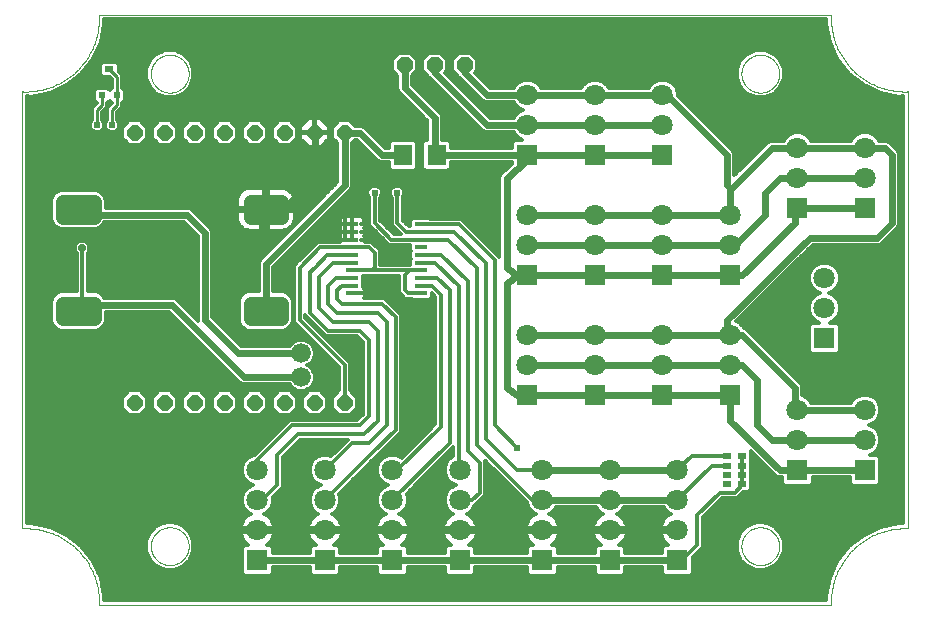
<source format=gtl>
G75*
%MOIN*%
%OFA0B0*%
%FSLAX25Y25*%
%IPPOS*%
%LPD*%
%AMOC8*
5,1,8,0,0,1.08239X$1,22.5*
%
%ADD10C,0.00000*%
%ADD11R,0.06299X0.07098*%
%ADD12OC8,0.05200*%
%ADD13OC8,0.05150*%
%ADD14R,0.07087X0.07087*%
%ADD15C,0.07087*%
%ADD16R,0.03900X0.01200*%
%ADD17R,0.02559X0.01969*%
%ADD18R,0.03150X0.01969*%
%ADD19R,0.02165X0.01969*%
%ADD20C,0.04921*%
%ADD21C,0.02400*%
%ADD22C,0.01200*%
%ADD23C,0.02400*%
%ADD24C,0.03562*%
%ADD25C,0.01600*%
%ADD26C,0.06600*%
%ADD27OC8,0.02400*%
%ADD28C,0.01000*%
D10*
X0053934Y0055808D02*
X0054532Y0055829D01*
X0055131Y0055835D01*
X0055730Y0055827D01*
X0056329Y0055803D01*
X0056927Y0055766D01*
X0057524Y0055713D01*
X0058119Y0055646D01*
X0058712Y0055565D01*
X0059304Y0055469D01*
X0059893Y0055358D01*
X0060478Y0055234D01*
X0061061Y0055094D01*
X0061640Y0054941D01*
X0062215Y0054773D01*
X0062786Y0054592D01*
X0063353Y0054396D01*
X0063914Y0054187D01*
X0064470Y0053964D01*
X0065020Y0053728D01*
X0065565Y0053478D01*
X0066103Y0053215D01*
X0066634Y0052938D01*
X0067159Y0052649D01*
X0067676Y0052347D01*
X0068186Y0052033D01*
X0068688Y0051706D01*
X0069182Y0051367D01*
X0069667Y0051016D01*
X0070144Y0050653D01*
X0070612Y0050278D01*
X0071070Y0049892D01*
X0071519Y0049496D01*
X0071958Y0049088D01*
X0072386Y0048669D01*
X0072805Y0048241D01*
X0073213Y0047802D01*
X0073609Y0047353D01*
X0073995Y0046895D01*
X0074370Y0046427D01*
X0074733Y0045950D01*
X0075084Y0045465D01*
X0075423Y0044971D01*
X0075750Y0044469D01*
X0076064Y0043959D01*
X0076366Y0043442D01*
X0076655Y0042917D01*
X0076932Y0042386D01*
X0077195Y0041848D01*
X0077445Y0041303D01*
X0077681Y0040753D01*
X0077904Y0040197D01*
X0078113Y0039636D01*
X0078309Y0039069D01*
X0078490Y0038498D01*
X0078658Y0037923D01*
X0078811Y0037344D01*
X0078951Y0036761D01*
X0079075Y0036176D01*
X0079186Y0035587D01*
X0079282Y0034995D01*
X0079363Y0034402D01*
X0079430Y0033807D01*
X0079483Y0033210D01*
X0079520Y0032612D01*
X0079544Y0032013D01*
X0079552Y0031414D01*
X0079546Y0030815D01*
X0079525Y0030217D01*
X0079524Y0030217D02*
X0323619Y0030217D01*
X0323618Y0030217D02*
X0323597Y0030815D01*
X0323591Y0031414D01*
X0323599Y0032013D01*
X0323623Y0032612D01*
X0323660Y0033210D01*
X0323713Y0033807D01*
X0323780Y0034402D01*
X0323861Y0034995D01*
X0323957Y0035587D01*
X0324068Y0036176D01*
X0324192Y0036761D01*
X0324332Y0037344D01*
X0324485Y0037923D01*
X0324653Y0038498D01*
X0324834Y0039069D01*
X0325030Y0039636D01*
X0325239Y0040197D01*
X0325462Y0040753D01*
X0325698Y0041303D01*
X0325948Y0041848D01*
X0326211Y0042386D01*
X0326488Y0042917D01*
X0326777Y0043442D01*
X0327079Y0043959D01*
X0327393Y0044469D01*
X0327720Y0044971D01*
X0328059Y0045465D01*
X0328410Y0045950D01*
X0328773Y0046427D01*
X0329148Y0046895D01*
X0329534Y0047353D01*
X0329930Y0047802D01*
X0330338Y0048241D01*
X0330757Y0048669D01*
X0331185Y0049088D01*
X0331624Y0049496D01*
X0332073Y0049892D01*
X0332531Y0050278D01*
X0332999Y0050653D01*
X0333476Y0051016D01*
X0333961Y0051367D01*
X0334455Y0051706D01*
X0334957Y0052033D01*
X0335467Y0052347D01*
X0335984Y0052649D01*
X0336509Y0052938D01*
X0337040Y0053215D01*
X0337578Y0053478D01*
X0338123Y0053728D01*
X0338673Y0053964D01*
X0339229Y0054187D01*
X0339790Y0054396D01*
X0340357Y0054592D01*
X0340928Y0054773D01*
X0341503Y0054941D01*
X0342082Y0055094D01*
X0342665Y0055234D01*
X0343250Y0055358D01*
X0343839Y0055469D01*
X0344431Y0055565D01*
X0345024Y0055646D01*
X0345619Y0055713D01*
X0346216Y0055766D01*
X0346814Y0055803D01*
X0347413Y0055827D01*
X0348012Y0055835D01*
X0348611Y0055829D01*
X0349209Y0055808D01*
X0349209Y0055807D02*
X0349209Y0201476D01*
X0348611Y0201455D01*
X0348012Y0201449D01*
X0347413Y0201457D01*
X0346814Y0201481D01*
X0346216Y0201518D01*
X0345619Y0201571D01*
X0345024Y0201638D01*
X0344431Y0201719D01*
X0343839Y0201815D01*
X0343250Y0201926D01*
X0342665Y0202050D01*
X0342082Y0202190D01*
X0341503Y0202343D01*
X0340928Y0202511D01*
X0340357Y0202692D01*
X0339790Y0202888D01*
X0339229Y0203097D01*
X0338673Y0203320D01*
X0338123Y0203556D01*
X0337578Y0203806D01*
X0337040Y0204069D01*
X0336509Y0204346D01*
X0335984Y0204635D01*
X0335467Y0204937D01*
X0334957Y0205251D01*
X0334455Y0205578D01*
X0333961Y0205917D01*
X0333476Y0206268D01*
X0332999Y0206631D01*
X0332531Y0207006D01*
X0332073Y0207392D01*
X0331624Y0207788D01*
X0331185Y0208196D01*
X0330757Y0208615D01*
X0330338Y0209043D01*
X0329930Y0209482D01*
X0329534Y0209931D01*
X0329148Y0210389D01*
X0328773Y0210857D01*
X0328410Y0211334D01*
X0328059Y0211819D01*
X0327720Y0212313D01*
X0327393Y0212815D01*
X0327079Y0213325D01*
X0326777Y0213842D01*
X0326488Y0214367D01*
X0326211Y0214898D01*
X0325948Y0215436D01*
X0325698Y0215981D01*
X0325462Y0216531D01*
X0325239Y0217087D01*
X0325030Y0217648D01*
X0324834Y0218215D01*
X0324653Y0218786D01*
X0324485Y0219361D01*
X0324332Y0219940D01*
X0324192Y0220523D01*
X0324068Y0221108D01*
X0323957Y0221697D01*
X0323861Y0222289D01*
X0323780Y0222882D01*
X0323713Y0223477D01*
X0323660Y0224074D01*
X0323623Y0224672D01*
X0323599Y0225271D01*
X0323591Y0225870D01*
X0323597Y0226469D01*
X0323618Y0227067D01*
X0323619Y0227067D02*
X0079524Y0227067D01*
X0079525Y0227067D02*
X0079546Y0226469D01*
X0079552Y0225870D01*
X0079544Y0225271D01*
X0079520Y0224672D01*
X0079483Y0224074D01*
X0079430Y0223477D01*
X0079363Y0222882D01*
X0079282Y0222289D01*
X0079186Y0221697D01*
X0079075Y0221108D01*
X0078951Y0220523D01*
X0078811Y0219940D01*
X0078658Y0219361D01*
X0078490Y0218786D01*
X0078309Y0218215D01*
X0078113Y0217648D01*
X0077904Y0217087D01*
X0077681Y0216531D01*
X0077445Y0215981D01*
X0077195Y0215436D01*
X0076932Y0214898D01*
X0076655Y0214367D01*
X0076366Y0213842D01*
X0076064Y0213325D01*
X0075750Y0212815D01*
X0075423Y0212313D01*
X0075084Y0211819D01*
X0074733Y0211334D01*
X0074370Y0210857D01*
X0073995Y0210389D01*
X0073609Y0209931D01*
X0073213Y0209482D01*
X0072805Y0209043D01*
X0072386Y0208615D01*
X0071958Y0208196D01*
X0071519Y0207788D01*
X0071070Y0207392D01*
X0070612Y0207006D01*
X0070144Y0206631D01*
X0069667Y0206268D01*
X0069182Y0205917D01*
X0068688Y0205578D01*
X0068186Y0205251D01*
X0067676Y0204937D01*
X0067159Y0204635D01*
X0066634Y0204346D01*
X0066103Y0204069D01*
X0065565Y0203806D01*
X0065020Y0203556D01*
X0064470Y0203320D01*
X0063914Y0203097D01*
X0063353Y0202888D01*
X0062786Y0202692D01*
X0062215Y0202511D01*
X0061640Y0202343D01*
X0061061Y0202190D01*
X0060478Y0202050D01*
X0059893Y0201926D01*
X0059304Y0201815D01*
X0058712Y0201719D01*
X0058119Y0201638D01*
X0057524Y0201571D01*
X0056927Y0201518D01*
X0056329Y0201481D01*
X0055730Y0201457D01*
X0055131Y0201449D01*
X0054532Y0201455D01*
X0053934Y0201476D01*
X0053934Y0055807D01*
X0096847Y0049902D02*
X0096849Y0050060D01*
X0096855Y0050218D01*
X0096865Y0050376D01*
X0096879Y0050534D01*
X0096897Y0050691D01*
X0096918Y0050848D01*
X0096944Y0051004D01*
X0096974Y0051160D01*
X0097007Y0051315D01*
X0097045Y0051468D01*
X0097086Y0051621D01*
X0097131Y0051773D01*
X0097180Y0051924D01*
X0097233Y0052073D01*
X0097289Y0052221D01*
X0097349Y0052367D01*
X0097413Y0052512D01*
X0097481Y0052655D01*
X0097552Y0052797D01*
X0097626Y0052937D01*
X0097704Y0053074D01*
X0097786Y0053210D01*
X0097870Y0053344D01*
X0097959Y0053475D01*
X0098050Y0053604D01*
X0098145Y0053731D01*
X0098242Y0053856D01*
X0098343Y0053978D01*
X0098447Y0054097D01*
X0098554Y0054214D01*
X0098664Y0054328D01*
X0098777Y0054439D01*
X0098892Y0054548D01*
X0099010Y0054653D01*
X0099131Y0054755D01*
X0099254Y0054855D01*
X0099380Y0054951D01*
X0099508Y0055044D01*
X0099638Y0055134D01*
X0099771Y0055220D01*
X0099906Y0055304D01*
X0100042Y0055383D01*
X0100181Y0055460D01*
X0100322Y0055532D01*
X0100464Y0055602D01*
X0100608Y0055667D01*
X0100754Y0055729D01*
X0100901Y0055787D01*
X0101050Y0055842D01*
X0101200Y0055893D01*
X0101351Y0055940D01*
X0101503Y0055983D01*
X0101656Y0056022D01*
X0101811Y0056058D01*
X0101966Y0056089D01*
X0102122Y0056117D01*
X0102278Y0056141D01*
X0102435Y0056161D01*
X0102593Y0056177D01*
X0102750Y0056189D01*
X0102909Y0056197D01*
X0103067Y0056201D01*
X0103225Y0056201D01*
X0103383Y0056197D01*
X0103542Y0056189D01*
X0103699Y0056177D01*
X0103857Y0056161D01*
X0104014Y0056141D01*
X0104170Y0056117D01*
X0104326Y0056089D01*
X0104481Y0056058D01*
X0104636Y0056022D01*
X0104789Y0055983D01*
X0104941Y0055940D01*
X0105092Y0055893D01*
X0105242Y0055842D01*
X0105391Y0055787D01*
X0105538Y0055729D01*
X0105684Y0055667D01*
X0105828Y0055602D01*
X0105970Y0055532D01*
X0106111Y0055460D01*
X0106250Y0055383D01*
X0106386Y0055304D01*
X0106521Y0055220D01*
X0106654Y0055134D01*
X0106784Y0055044D01*
X0106912Y0054951D01*
X0107038Y0054855D01*
X0107161Y0054755D01*
X0107282Y0054653D01*
X0107400Y0054548D01*
X0107515Y0054439D01*
X0107628Y0054328D01*
X0107738Y0054214D01*
X0107845Y0054097D01*
X0107949Y0053978D01*
X0108050Y0053856D01*
X0108147Y0053731D01*
X0108242Y0053604D01*
X0108333Y0053475D01*
X0108422Y0053344D01*
X0108506Y0053210D01*
X0108588Y0053074D01*
X0108666Y0052937D01*
X0108740Y0052797D01*
X0108811Y0052655D01*
X0108879Y0052512D01*
X0108943Y0052367D01*
X0109003Y0052221D01*
X0109059Y0052073D01*
X0109112Y0051924D01*
X0109161Y0051773D01*
X0109206Y0051621D01*
X0109247Y0051468D01*
X0109285Y0051315D01*
X0109318Y0051160D01*
X0109348Y0051004D01*
X0109374Y0050848D01*
X0109395Y0050691D01*
X0109413Y0050534D01*
X0109427Y0050376D01*
X0109437Y0050218D01*
X0109443Y0050060D01*
X0109445Y0049902D01*
X0109443Y0049744D01*
X0109437Y0049586D01*
X0109427Y0049428D01*
X0109413Y0049270D01*
X0109395Y0049113D01*
X0109374Y0048956D01*
X0109348Y0048800D01*
X0109318Y0048644D01*
X0109285Y0048489D01*
X0109247Y0048336D01*
X0109206Y0048183D01*
X0109161Y0048031D01*
X0109112Y0047880D01*
X0109059Y0047731D01*
X0109003Y0047583D01*
X0108943Y0047437D01*
X0108879Y0047292D01*
X0108811Y0047149D01*
X0108740Y0047007D01*
X0108666Y0046867D01*
X0108588Y0046730D01*
X0108506Y0046594D01*
X0108422Y0046460D01*
X0108333Y0046329D01*
X0108242Y0046200D01*
X0108147Y0046073D01*
X0108050Y0045948D01*
X0107949Y0045826D01*
X0107845Y0045707D01*
X0107738Y0045590D01*
X0107628Y0045476D01*
X0107515Y0045365D01*
X0107400Y0045256D01*
X0107282Y0045151D01*
X0107161Y0045049D01*
X0107038Y0044949D01*
X0106912Y0044853D01*
X0106784Y0044760D01*
X0106654Y0044670D01*
X0106521Y0044584D01*
X0106386Y0044500D01*
X0106250Y0044421D01*
X0106111Y0044344D01*
X0105970Y0044272D01*
X0105828Y0044202D01*
X0105684Y0044137D01*
X0105538Y0044075D01*
X0105391Y0044017D01*
X0105242Y0043962D01*
X0105092Y0043911D01*
X0104941Y0043864D01*
X0104789Y0043821D01*
X0104636Y0043782D01*
X0104481Y0043746D01*
X0104326Y0043715D01*
X0104170Y0043687D01*
X0104014Y0043663D01*
X0103857Y0043643D01*
X0103699Y0043627D01*
X0103542Y0043615D01*
X0103383Y0043607D01*
X0103225Y0043603D01*
X0103067Y0043603D01*
X0102909Y0043607D01*
X0102750Y0043615D01*
X0102593Y0043627D01*
X0102435Y0043643D01*
X0102278Y0043663D01*
X0102122Y0043687D01*
X0101966Y0043715D01*
X0101811Y0043746D01*
X0101656Y0043782D01*
X0101503Y0043821D01*
X0101351Y0043864D01*
X0101200Y0043911D01*
X0101050Y0043962D01*
X0100901Y0044017D01*
X0100754Y0044075D01*
X0100608Y0044137D01*
X0100464Y0044202D01*
X0100322Y0044272D01*
X0100181Y0044344D01*
X0100042Y0044421D01*
X0099906Y0044500D01*
X0099771Y0044584D01*
X0099638Y0044670D01*
X0099508Y0044760D01*
X0099380Y0044853D01*
X0099254Y0044949D01*
X0099131Y0045049D01*
X0099010Y0045151D01*
X0098892Y0045256D01*
X0098777Y0045365D01*
X0098664Y0045476D01*
X0098554Y0045590D01*
X0098447Y0045707D01*
X0098343Y0045826D01*
X0098242Y0045948D01*
X0098145Y0046073D01*
X0098050Y0046200D01*
X0097959Y0046329D01*
X0097870Y0046460D01*
X0097786Y0046594D01*
X0097704Y0046730D01*
X0097626Y0046867D01*
X0097552Y0047007D01*
X0097481Y0047149D01*
X0097413Y0047292D01*
X0097349Y0047437D01*
X0097289Y0047583D01*
X0097233Y0047731D01*
X0097180Y0047880D01*
X0097131Y0048031D01*
X0097086Y0048183D01*
X0097045Y0048336D01*
X0097007Y0048489D01*
X0096974Y0048644D01*
X0096944Y0048800D01*
X0096918Y0048956D01*
X0096897Y0049113D01*
X0096879Y0049270D01*
X0096865Y0049428D01*
X0096855Y0049586D01*
X0096849Y0049744D01*
X0096847Y0049902D01*
X0293698Y0049902D02*
X0293700Y0050060D01*
X0293706Y0050218D01*
X0293716Y0050376D01*
X0293730Y0050534D01*
X0293748Y0050691D01*
X0293769Y0050848D01*
X0293795Y0051004D01*
X0293825Y0051160D01*
X0293858Y0051315D01*
X0293896Y0051468D01*
X0293937Y0051621D01*
X0293982Y0051773D01*
X0294031Y0051924D01*
X0294084Y0052073D01*
X0294140Y0052221D01*
X0294200Y0052367D01*
X0294264Y0052512D01*
X0294332Y0052655D01*
X0294403Y0052797D01*
X0294477Y0052937D01*
X0294555Y0053074D01*
X0294637Y0053210D01*
X0294721Y0053344D01*
X0294810Y0053475D01*
X0294901Y0053604D01*
X0294996Y0053731D01*
X0295093Y0053856D01*
X0295194Y0053978D01*
X0295298Y0054097D01*
X0295405Y0054214D01*
X0295515Y0054328D01*
X0295628Y0054439D01*
X0295743Y0054548D01*
X0295861Y0054653D01*
X0295982Y0054755D01*
X0296105Y0054855D01*
X0296231Y0054951D01*
X0296359Y0055044D01*
X0296489Y0055134D01*
X0296622Y0055220D01*
X0296757Y0055304D01*
X0296893Y0055383D01*
X0297032Y0055460D01*
X0297173Y0055532D01*
X0297315Y0055602D01*
X0297459Y0055667D01*
X0297605Y0055729D01*
X0297752Y0055787D01*
X0297901Y0055842D01*
X0298051Y0055893D01*
X0298202Y0055940D01*
X0298354Y0055983D01*
X0298507Y0056022D01*
X0298662Y0056058D01*
X0298817Y0056089D01*
X0298973Y0056117D01*
X0299129Y0056141D01*
X0299286Y0056161D01*
X0299444Y0056177D01*
X0299601Y0056189D01*
X0299760Y0056197D01*
X0299918Y0056201D01*
X0300076Y0056201D01*
X0300234Y0056197D01*
X0300393Y0056189D01*
X0300550Y0056177D01*
X0300708Y0056161D01*
X0300865Y0056141D01*
X0301021Y0056117D01*
X0301177Y0056089D01*
X0301332Y0056058D01*
X0301487Y0056022D01*
X0301640Y0055983D01*
X0301792Y0055940D01*
X0301943Y0055893D01*
X0302093Y0055842D01*
X0302242Y0055787D01*
X0302389Y0055729D01*
X0302535Y0055667D01*
X0302679Y0055602D01*
X0302821Y0055532D01*
X0302962Y0055460D01*
X0303101Y0055383D01*
X0303237Y0055304D01*
X0303372Y0055220D01*
X0303505Y0055134D01*
X0303635Y0055044D01*
X0303763Y0054951D01*
X0303889Y0054855D01*
X0304012Y0054755D01*
X0304133Y0054653D01*
X0304251Y0054548D01*
X0304366Y0054439D01*
X0304479Y0054328D01*
X0304589Y0054214D01*
X0304696Y0054097D01*
X0304800Y0053978D01*
X0304901Y0053856D01*
X0304998Y0053731D01*
X0305093Y0053604D01*
X0305184Y0053475D01*
X0305273Y0053344D01*
X0305357Y0053210D01*
X0305439Y0053074D01*
X0305517Y0052937D01*
X0305591Y0052797D01*
X0305662Y0052655D01*
X0305730Y0052512D01*
X0305794Y0052367D01*
X0305854Y0052221D01*
X0305910Y0052073D01*
X0305963Y0051924D01*
X0306012Y0051773D01*
X0306057Y0051621D01*
X0306098Y0051468D01*
X0306136Y0051315D01*
X0306169Y0051160D01*
X0306199Y0051004D01*
X0306225Y0050848D01*
X0306246Y0050691D01*
X0306264Y0050534D01*
X0306278Y0050376D01*
X0306288Y0050218D01*
X0306294Y0050060D01*
X0306296Y0049902D01*
X0306294Y0049744D01*
X0306288Y0049586D01*
X0306278Y0049428D01*
X0306264Y0049270D01*
X0306246Y0049113D01*
X0306225Y0048956D01*
X0306199Y0048800D01*
X0306169Y0048644D01*
X0306136Y0048489D01*
X0306098Y0048336D01*
X0306057Y0048183D01*
X0306012Y0048031D01*
X0305963Y0047880D01*
X0305910Y0047731D01*
X0305854Y0047583D01*
X0305794Y0047437D01*
X0305730Y0047292D01*
X0305662Y0047149D01*
X0305591Y0047007D01*
X0305517Y0046867D01*
X0305439Y0046730D01*
X0305357Y0046594D01*
X0305273Y0046460D01*
X0305184Y0046329D01*
X0305093Y0046200D01*
X0304998Y0046073D01*
X0304901Y0045948D01*
X0304800Y0045826D01*
X0304696Y0045707D01*
X0304589Y0045590D01*
X0304479Y0045476D01*
X0304366Y0045365D01*
X0304251Y0045256D01*
X0304133Y0045151D01*
X0304012Y0045049D01*
X0303889Y0044949D01*
X0303763Y0044853D01*
X0303635Y0044760D01*
X0303505Y0044670D01*
X0303372Y0044584D01*
X0303237Y0044500D01*
X0303101Y0044421D01*
X0302962Y0044344D01*
X0302821Y0044272D01*
X0302679Y0044202D01*
X0302535Y0044137D01*
X0302389Y0044075D01*
X0302242Y0044017D01*
X0302093Y0043962D01*
X0301943Y0043911D01*
X0301792Y0043864D01*
X0301640Y0043821D01*
X0301487Y0043782D01*
X0301332Y0043746D01*
X0301177Y0043715D01*
X0301021Y0043687D01*
X0300865Y0043663D01*
X0300708Y0043643D01*
X0300550Y0043627D01*
X0300393Y0043615D01*
X0300234Y0043607D01*
X0300076Y0043603D01*
X0299918Y0043603D01*
X0299760Y0043607D01*
X0299601Y0043615D01*
X0299444Y0043627D01*
X0299286Y0043643D01*
X0299129Y0043663D01*
X0298973Y0043687D01*
X0298817Y0043715D01*
X0298662Y0043746D01*
X0298507Y0043782D01*
X0298354Y0043821D01*
X0298202Y0043864D01*
X0298051Y0043911D01*
X0297901Y0043962D01*
X0297752Y0044017D01*
X0297605Y0044075D01*
X0297459Y0044137D01*
X0297315Y0044202D01*
X0297173Y0044272D01*
X0297032Y0044344D01*
X0296893Y0044421D01*
X0296757Y0044500D01*
X0296622Y0044584D01*
X0296489Y0044670D01*
X0296359Y0044760D01*
X0296231Y0044853D01*
X0296105Y0044949D01*
X0295982Y0045049D01*
X0295861Y0045151D01*
X0295743Y0045256D01*
X0295628Y0045365D01*
X0295515Y0045476D01*
X0295405Y0045590D01*
X0295298Y0045707D01*
X0295194Y0045826D01*
X0295093Y0045948D01*
X0294996Y0046073D01*
X0294901Y0046200D01*
X0294810Y0046329D01*
X0294721Y0046460D01*
X0294637Y0046594D01*
X0294555Y0046730D01*
X0294477Y0046867D01*
X0294403Y0047007D01*
X0294332Y0047149D01*
X0294264Y0047292D01*
X0294200Y0047437D01*
X0294140Y0047583D01*
X0294084Y0047731D01*
X0294031Y0047880D01*
X0293982Y0048031D01*
X0293937Y0048183D01*
X0293896Y0048336D01*
X0293858Y0048489D01*
X0293825Y0048644D01*
X0293795Y0048800D01*
X0293769Y0048956D01*
X0293748Y0049113D01*
X0293730Y0049270D01*
X0293716Y0049428D01*
X0293706Y0049586D01*
X0293700Y0049744D01*
X0293698Y0049902D01*
X0293698Y0207382D02*
X0293700Y0207540D01*
X0293706Y0207698D01*
X0293716Y0207856D01*
X0293730Y0208014D01*
X0293748Y0208171D01*
X0293769Y0208328D01*
X0293795Y0208484D01*
X0293825Y0208640D01*
X0293858Y0208795D01*
X0293896Y0208948D01*
X0293937Y0209101D01*
X0293982Y0209253D01*
X0294031Y0209404D01*
X0294084Y0209553D01*
X0294140Y0209701D01*
X0294200Y0209847D01*
X0294264Y0209992D01*
X0294332Y0210135D01*
X0294403Y0210277D01*
X0294477Y0210417D01*
X0294555Y0210554D01*
X0294637Y0210690D01*
X0294721Y0210824D01*
X0294810Y0210955D01*
X0294901Y0211084D01*
X0294996Y0211211D01*
X0295093Y0211336D01*
X0295194Y0211458D01*
X0295298Y0211577D01*
X0295405Y0211694D01*
X0295515Y0211808D01*
X0295628Y0211919D01*
X0295743Y0212028D01*
X0295861Y0212133D01*
X0295982Y0212235D01*
X0296105Y0212335D01*
X0296231Y0212431D01*
X0296359Y0212524D01*
X0296489Y0212614D01*
X0296622Y0212700D01*
X0296757Y0212784D01*
X0296893Y0212863D01*
X0297032Y0212940D01*
X0297173Y0213012D01*
X0297315Y0213082D01*
X0297459Y0213147D01*
X0297605Y0213209D01*
X0297752Y0213267D01*
X0297901Y0213322D01*
X0298051Y0213373D01*
X0298202Y0213420D01*
X0298354Y0213463D01*
X0298507Y0213502D01*
X0298662Y0213538D01*
X0298817Y0213569D01*
X0298973Y0213597D01*
X0299129Y0213621D01*
X0299286Y0213641D01*
X0299444Y0213657D01*
X0299601Y0213669D01*
X0299760Y0213677D01*
X0299918Y0213681D01*
X0300076Y0213681D01*
X0300234Y0213677D01*
X0300393Y0213669D01*
X0300550Y0213657D01*
X0300708Y0213641D01*
X0300865Y0213621D01*
X0301021Y0213597D01*
X0301177Y0213569D01*
X0301332Y0213538D01*
X0301487Y0213502D01*
X0301640Y0213463D01*
X0301792Y0213420D01*
X0301943Y0213373D01*
X0302093Y0213322D01*
X0302242Y0213267D01*
X0302389Y0213209D01*
X0302535Y0213147D01*
X0302679Y0213082D01*
X0302821Y0213012D01*
X0302962Y0212940D01*
X0303101Y0212863D01*
X0303237Y0212784D01*
X0303372Y0212700D01*
X0303505Y0212614D01*
X0303635Y0212524D01*
X0303763Y0212431D01*
X0303889Y0212335D01*
X0304012Y0212235D01*
X0304133Y0212133D01*
X0304251Y0212028D01*
X0304366Y0211919D01*
X0304479Y0211808D01*
X0304589Y0211694D01*
X0304696Y0211577D01*
X0304800Y0211458D01*
X0304901Y0211336D01*
X0304998Y0211211D01*
X0305093Y0211084D01*
X0305184Y0210955D01*
X0305273Y0210824D01*
X0305357Y0210690D01*
X0305439Y0210554D01*
X0305517Y0210417D01*
X0305591Y0210277D01*
X0305662Y0210135D01*
X0305730Y0209992D01*
X0305794Y0209847D01*
X0305854Y0209701D01*
X0305910Y0209553D01*
X0305963Y0209404D01*
X0306012Y0209253D01*
X0306057Y0209101D01*
X0306098Y0208948D01*
X0306136Y0208795D01*
X0306169Y0208640D01*
X0306199Y0208484D01*
X0306225Y0208328D01*
X0306246Y0208171D01*
X0306264Y0208014D01*
X0306278Y0207856D01*
X0306288Y0207698D01*
X0306294Y0207540D01*
X0306296Y0207382D01*
X0306294Y0207224D01*
X0306288Y0207066D01*
X0306278Y0206908D01*
X0306264Y0206750D01*
X0306246Y0206593D01*
X0306225Y0206436D01*
X0306199Y0206280D01*
X0306169Y0206124D01*
X0306136Y0205969D01*
X0306098Y0205816D01*
X0306057Y0205663D01*
X0306012Y0205511D01*
X0305963Y0205360D01*
X0305910Y0205211D01*
X0305854Y0205063D01*
X0305794Y0204917D01*
X0305730Y0204772D01*
X0305662Y0204629D01*
X0305591Y0204487D01*
X0305517Y0204347D01*
X0305439Y0204210D01*
X0305357Y0204074D01*
X0305273Y0203940D01*
X0305184Y0203809D01*
X0305093Y0203680D01*
X0304998Y0203553D01*
X0304901Y0203428D01*
X0304800Y0203306D01*
X0304696Y0203187D01*
X0304589Y0203070D01*
X0304479Y0202956D01*
X0304366Y0202845D01*
X0304251Y0202736D01*
X0304133Y0202631D01*
X0304012Y0202529D01*
X0303889Y0202429D01*
X0303763Y0202333D01*
X0303635Y0202240D01*
X0303505Y0202150D01*
X0303372Y0202064D01*
X0303237Y0201980D01*
X0303101Y0201901D01*
X0302962Y0201824D01*
X0302821Y0201752D01*
X0302679Y0201682D01*
X0302535Y0201617D01*
X0302389Y0201555D01*
X0302242Y0201497D01*
X0302093Y0201442D01*
X0301943Y0201391D01*
X0301792Y0201344D01*
X0301640Y0201301D01*
X0301487Y0201262D01*
X0301332Y0201226D01*
X0301177Y0201195D01*
X0301021Y0201167D01*
X0300865Y0201143D01*
X0300708Y0201123D01*
X0300550Y0201107D01*
X0300393Y0201095D01*
X0300234Y0201087D01*
X0300076Y0201083D01*
X0299918Y0201083D01*
X0299760Y0201087D01*
X0299601Y0201095D01*
X0299444Y0201107D01*
X0299286Y0201123D01*
X0299129Y0201143D01*
X0298973Y0201167D01*
X0298817Y0201195D01*
X0298662Y0201226D01*
X0298507Y0201262D01*
X0298354Y0201301D01*
X0298202Y0201344D01*
X0298051Y0201391D01*
X0297901Y0201442D01*
X0297752Y0201497D01*
X0297605Y0201555D01*
X0297459Y0201617D01*
X0297315Y0201682D01*
X0297173Y0201752D01*
X0297032Y0201824D01*
X0296893Y0201901D01*
X0296757Y0201980D01*
X0296622Y0202064D01*
X0296489Y0202150D01*
X0296359Y0202240D01*
X0296231Y0202333D01*
X0296105Y0202429D01*
X0295982Y0202529D01*
X0295861Y0202631D01*
X0295743Y0202736D01*
X0295628Y0202845D01*
X0295515Y0202956D01*
X0295405Y0203070D01*
X0295298Y0203187D01*
X0295194Y0203306D01*
X0295093Y0203428D01*
X0294996Y0203553D01*
X0294901Y0203680D01*
X0294810Y0203809D01*
X0294721Y0203940D01*
X0294637Y0204074D01*
X0294555Y0204210D01*
X0294477Y0204347D01*
X0294403Y0204487D01*
X0294332Y0204629D01*
X0294264Y0204772D01*
X0294200Y0204917D01*
X0294140Y0205063D01*
X0294084Y0205211D01*
X0294031Y0205360D01*
X0293982Y0205511D01*
X0293937Y0205663D01*
X0293896Y0205816D01*
X0293858Y0205969D01*
X0293825Y0206124D01*
X0293795Y0206280D01*
X0293769Y0206436D01*
X0293748Y0206593D01*
X0293730Y0206750D01*
X0293716Y0206908D01*
X0293706Y0207066D01*
X0293700Y0207224D01*
X0293698Y0207382D01*
X0096847Y0207382D02*
X0096849Y0207540D01*
X0096855Y0207698D01*
X0096865Y0207856D01*
X0096879Y0208014D01*
X0096897Y0208171D01*
X0096918Y0208328D01*
X0096944Y0208484D01*
X0096974Y0208640D01*
X0097007Y0208795D01*
X0097045Y0208948D01*
X0097086Y0209101D01*
X0097131Y0209253D01*
X0097180Y0209404D01*
X0097233Y0209553D01*
X0097289Y0209701D01*
X0097349Y0209847D01*
X0097413Y0209992D01*
X0097481Y0210135D01*
X0097552Y0210277D01*
X0097626Y0210417D01*
X0097704Y0210554D01*
X0097786Y0210690D01*
X0097870Y0210824D01*
X0097959Y0210955D01*
X0098050Y0211084D01*
X0098145Y0211211D01*
X0098242Y0211336D01*
X0098343Y0211458D01*
X0098447Y0211577D01*
X0098554Y0211694D01*
X0098664Y0211808D01*
X0098777Y0211919D01*
X0098892Y0212028D01*
X0099010Y0212133D01*
X0099131Y0212235D01*
X0099254Y0212335D01*
X0099380Y0212431D01*
X0099508Y0212524D01*
X0099638Y0212614D01*
X0099771Y0212700D01*
X0099906Y0212784D01*
X0100042Y0212863D01*
X0100181Y0212940D01*
X0100322Y0213012D01*
X0100464Y0213082D01*
X0100608Y0213147D01*
X0100754Y0213209D01*
X0100901Y0213267D01*
X0101050Y0213322D01*
X0101200Y0213373D01*
X0101351Y0213420D01*
X0101503Y0213463D01*
X0101656Y0213502D01*
X0101811Y0213538D01*
X0101966Y0213569D01*
X0102122Y0213597D01*
X0102278Y0213621D01*
X0102435Y0213641D01*
X0102593Y0213657D01*
X0102750Y0213669D01*
X0102909Y0213677D01*
X0103067Y0213681D01*
X0103225Y0213681D01*
X0103383Y0213677D01*
X0103542Y0213669D01*
X0103699Y0213657D01*
X0103857Y0213641D01*
X0104014Y0213621D01*
X0104170Y0213597D01*
X0104326Y0213569D01*
X0104481Y0213538D01*
X0104636Y0213502D01*
X0104789Y0213463D01*
X0104941Y0213420D01*
X0105092Y0213373D01*
X0105242Y0213322D01*
X0105391Y0213267D01*
X0105538Y0213209D01*
X0105684Y0213147D01*
X0105828Y0213082D01*
X0105970Y0213012D01*
X0106111Y0212940D01*
X0106250Y0212863D01*
X0106386Y0212784D01*
X0106521Y0212700D01*
X0106654Y0212614D01*
X0106784Y0212524D01*
X0106912Y0212431D01*
X0107038Y0212335D01*
X0107161Y0212235D01*
X0107282Y0212133D01*
X0107400Y0212028D01*
X0107515Y0211919D01*
X0107628Y0211808D01*
X0107738Y0211694D01*
X0107845Y0211577D01*
X0107949Y0211458D01*
X0108050Y0211336D01*
X0108147Y0211211D01*
X0108242Y0211084D01*
X0108333Y0210955D01*
X0108422Y0210824D01*
X0108506Y0210690D01*
X0108588Y0210554D01*
X0108666Y0210417D01*
X0108740Y0210277D01*
X0108811Y0210135D01*
X0108879Y0209992D01*
X0108943Y0209847D01*
X0109003Y0209701D01*
X0109059Y0209553D01*
X0109112Y0209404D01*
X0109161Y0209253D01*
X0109206Y0209101D01*
X0109247Y0208948D01*
X0109285Y0208795D01*
X0109318Y0208640D01*
X0109348Y0208484D01*
X0109374Y0208328D01*
X0109395Y0208171D01*
X0109413Y0208014D01*
X0109427Y0207856D01*
X0109437Y0207698D01*
X0109443Y0207540D01*
X0109445Y0207382D01*
X0109443Y0207224D01*
X0109437Y0207066D01*
X0109427Y0206908D01*
X0109413Y0206750D01*
X0109395Y0206593D01*
X0109374Y0206436D01*
X0109348Y0206280D01*
X0109318Y0206124D01*
X0109285Y0205969D01*
X0109247Y0205816D01*
X0109206Y0205663D01*
X0109161Y0205511D01*
X0109112Y0205360D01*
X0109059Y0205211D01*
X0109003Y0205063D01*
X0108943Y0204917D01*
X0108879Y0204772D01*
X0108811Y0204629D01*
X0108740Y0204487D01*
X0108666Y0204347D01*
X0108588Y0204210D01*
X0108506Y0204074D01*
X0108422Y0203940D01*
X0108333Y0203809D01*
X0108242Y0203680D01*
X0108147Y0203553D01*
X0108050Y0203428D01*
X0107949Y0203306D01*
X0107845Y0203187D01*
X0107738Y0203070D01*
X0107628Y0202956D01*
X0107515Y0202845D01*
X0107400Y0202736D01*
X0107282Y0202631D01*
X0107161Y0202529D01*
X0107038Y0202429D01*
X0106912Y0202333D01*
X0106784Y0202240D01*
X0106654Y0202150D01*
X0106521Y0202064D01*
X0106386Y0201980D01*
X0106250Y0201901D01*
X0106111Y0201824D01*
X0105970Y0201752D01*
X0105828Y0201682D01*
X0105684Y0201617D01*
X0105538Y0201555D01*
X0105391Y0201497D01*
X0105242Y0201442D01*
X0105092Y0201391D01*
X0104941Y0201344D01*
X0104789Y0201301D01*
X0104636Y0201262D01*
X0104481Y0201226D01*
X0104326Y0201195D01*
X0104170Y0201167D01*
X0104014Y0201143D01*
X0103857Y0201123D01*
X0103699Y0201107D01*
X0103542Y0201095D01*
X0103383Y0201087D01*
X0103225Y0201083D01*
X0103067Y0201083D01*
X0102909Y0201087D01*
X0102750Y0201095D01*
X0102593Y0201107D01*
X0102435Y0201123D01*
X0102278Y0201143D01*
X0102122Y0201167D01*
X0101966Y0201195D01*
X0101811Y0201226D01*
X0101656Y0201262D01*
X0101503Y0201301D01*
X0101351Y0201344D01*
X0101200Y0201391D01*
X0101050Y0201442D01*
X0100901Y0201497D01*
X0100754Y0201555D01*
X0100608Y0201617D01*
X0100464Y0201682D01*
X0100322Y0201752D01*
X0100181Y0201824D01*
X0100042Y0201901D01*
X0099906Y0201980D01*
X0099771Y0202064D01*
X0099638Y0202150D01*
X0099508Y0202240D01*
X0099380Y0202333D01*
X0099254Y0202429D01*
X0099131Y0202529D01*
X0099010Y0202631D01*
X0098892Y0202736D01*
X0098777Y0202845D01*
X0098664Y0202956D01*
X0098554Y0203070D01*
X0098447Y0203187D01*
X0098343Y0203306D01*
X0098242Y0203428D01*
X0098145Y0203553D01*
X0098050Y0203680D01*
X0097959Y0203809D01*
X0097870Y0203940D01*
X0097786Y0204074D01*
X0097704Y0204210D01*
X0097626Y0204347D01*
X0097552Y0204487D01*
X0097481Y0204629D01*
X0097413Y0204772D01*
X0097349Y0204917D01*
X0097289Y0205063D01*
X0097233Y0205211D01*
X0097180Y0205360D01*
X0097131Y0205511D01*
X0097086Y0205663D01*
X0097045Y0205816D01*
X0097007Y0205969D01*
X0096974Y0206124D01*
X0096944Y0206280D01*
X0096918Y0206436D01*
X0096897Y0206593D01*
X0096879Y0206750D01*
X0096865Y0206908D01*
X0096855Y0207066D01*
X0096849Y0207224D01*
X0096847Y0207382D01*
D11*
X0180809Y0180217D03*
X0192059Y0180217D03*
D12*
X0191434Y0210217D03*
X0201434Y0210217D03*
X0181434Y0210217D03*
D13*
X0161434Y0187717D03*
X0151434Y0187717D03*
X0141434Y0187717D03*
X0131434Y0187717D03*
X0121434Y0187717D03*
X0111434Y0187717D03*
X0101434Y0187717D03*
X0091434Y0187717D03*
X0091434Y0097717D03*
X0101434Y0097717D03*
X0111434Y0097717D03*
X0121434Y0097717D03*
X0131434Y0097717D03*
X0141434Y0097717D03*
X0151434Y0097717D03*
X0161434Y0097717D03*
D14*
X0222379Y0100217D03*
X0244879Y0100217D03*
X0267379Y0100217D03*
X0289879Y0100217D03*
X0321379Y0119217D03*
X0289879Y0140217D03*
X0267379Y0140217D03*
X0244879Y0140217D03*
X0222379Y0140217D03*
X0222379Y0180217D03*
X0244879Y0180217D03*
X0267379Y0180217D03*
X0312379Y0162717D03*
X0334879Y0162717D03*
X0334879Y0075217D03*
X0312379Y0075217D03*
X0272379Y0045217D03*
X0249879Y0045217D03*
X0227379Y0045217D03*
X0199879Y0045217D03*
X0177379Y0045217D03*
X0154879Y0045217D03*
X0132379Y0045217D03*
D15*
X0132379Y0055217D03*
X0132379Y0065217D03*
X0132379Y0075217D03*
X0154879Y0075217D03*
X0154879Y0065217D03*
X0154879Y0055217D03*
X0177379Y0055217D03*
X0177379Y0065217D03*
X0177379Y0075217D03*
X0199879Y0075217D03*
X0199879Y0065217D03*
X0199879Y0055217D03*
X0227379Y0055217D03*
X0227379Y0065217D03*
X0227379Y0075217D03*
X0249879Y0075217D03*
X0249879Y0065217D03*
X0249879Y0055217D03*
X0272379Y0055217D03*
X0272379Y0065217D03*
X0272379Y0075217D03*
X0312379Y0085217D03*
X0312379Y0095217D03*
X0334879Y0095217D03*
X0334879Y0085217D03*
X0289879Y0110217D03*
X0289879Y0120217D03*
X0267379Y0120217D03*
X0267379Y0110217D03*
X0244879Y0110217D03*
X0244879Y0120217D03*
X0222379Y0120217D03*
X0222379Y0110217D03*
X0222379Y0150217D03*
X0222379Y0160217D03*
X0244879Y0160217D03*
X0244879Y0150217D03*
X0267379Y0150217D03*
X0267379Y0160217D03*
X0289879Y0160217D03*
X0289879Y0150217D03*
X0312379Y0172717D03*
X0312379Y0182717D03*
X0334879Y0182717D03*
X0334879Y0172717D03*
X0321379Y0139217D03*
X0321379Y0129217D03*
X0267379Y0190217D03*
X0267379Y0200217D03*
X0244879Y0200217D03*
X0244879Y0190217D03*
X0222379Y0190217D03*
X0222379Y0200217D03*
D16*
X0186921Y0157232D03*
X0186921Y0154673D03*
X0186921Y0152114D03*
X0186921Y0149555D03*
X0186921Y0146996D03*
X0186921Y0144437D03*
X0186921Y0141878D03*
X0186921Y0139319D03*
X0186921Y0136760D03*
X0186921Y0134201D03*
X0163946Y0134201D03*
X0163946Y0136760D03*
X0163946Y0139319D03*
X0163946Y0141878D03*
X0163946Y0144437D03*
X0163946Y0146996D03*
X0163946Y0149555D03*
X0163946Y0152114D03*
X0163946Y0154673D03*
X0163946Y0157232D03*
D17*
X0288973Y0079941D03*
X0288973Y0076791D03*
X0288973Y0073642D03*
X0288973Y0070492D03*
X0293894Y0070492D03*
X0293894Y0073642D03*
X0293894Y0076791D03*
X0293894Y0079941D03*
D18*
X0082997Y0208807D03*
D19*
X0080635Y0200146D03*
X0085556Y0200146D03*
D20*
X0077734Y0159685D02*
X0067654Y0159685D01*
X0067654Y0164607D01*
X0077734Y0164607D01*
X0077734Y0159685D01*
X0077734Y0164605D02*
X0067654Y0164605D01*
X0067654Y0125826D02*
X0077734Y0125826D01*
X0067654Y0125826D02*
X0067654Y0130748D01*
X0077734Y0130748D01*
X0077734Y0125826D01*
X0077734Y0130746D02*
X0067654Y0130746D01*
X0130134Y0125826D02*
X0140214Y0125826D01*
X0130134Y0125826D02*
X0130134Y0130748D01*
X0140214Y0130748D01*
X0140214Y0125826D01*
X0140214Y0130746D02*
X0130134Y0130746D01*
X0130134Y0159685D02*
X0140214Y0159685D01*
X0130134Y0159685D02*
X0130134Y0164607D01*
X0140214Y0164607D01*
X0140214Y0159685D01*
X0140214Y0164605D02*
X0130134Y0164605D01*
D21*
X0133934Y0160906D02*
X0133934Y0160217D01*
X0133934Y0155217D01*
X0126434Y0147717D01*
X0126434Y0145217D01*
X0135174Y0143957D02*
X0135174Y0128287D01*
X0125934Y0114217D02*
X0114934Y0125217D01*
X0114934Y0154217D01*
X0108934Y0160217D01*
X0074623Y0160217D01*
X0074623Y0130217D02*
X0074278Y0129872D01*
X0074623Y0130217D01*
X0103934Y0130217D01*
X0127934Y0106217D01*
X0146934Y0106217D01*
X0146934Y0114217D02*
X0125934Y0114217D01*
X0135174Y0143957D02*
X0161434Y0170217D01*
X0161434Y0187717D01*
X0166434Y0187717D01*
X0173934Y0180217D01*
X0180809Y0180217D01*
X0191434Y0180841D02*
X0192059Y0180217D01*
X0222379Y0180217D01*
X0222379Y0178661D01*
X0215434Y0172717D01*
X0215434Y0142717D01*
X0218934Y0140217D01*
X0222379Y0140217D01*
X0244879Y0140217D01*
X0243934Y0140217D01*
X0244879Y0140217D02*
X0267379Y0140217D01*
X0289879Y0140217D01*
X0293934Y0140217D01*
X0311434Y0157717D01*
X0311434Y0161772D01*
X0312379Y0162717D01*
X0334879Y0162717D01*
X0343934Y0157717D02*
X0343934Y0180217D01*
X0341434Y0182717D01*
X0334879Y0182717D01*
X0312379Y0182717D01*
X0303934Y0182717D01*
X0290184Y0168967D01*
X0288934Y0170217D01*
X0288934Y0180217D01*
X0268934Y0200217D01*
X0267379Y0200217D01*
X0244879Y0200217D01*
X0222379Y0200217D01*
X0208934Y0200217D01*
X0201434Y0207717D01*
X0201434Y0210217D01*
X0191434Y0210217D02*
X0191434Y0207717D01*
X0208934Y0190217D01*
X0222379Y0190217D01*
X0244879Y0190217D01*
X0267379Y0190217D01*
X0267379Y0180217D02*
X0244879Y0180217D01*
X0223934Y0180217D01*
X0222379Y0180217D01*
X0222379Y0160217D02*
X0244879Y0160217D01*
X0267379Y0160217D01*
X0289879Y0160217D01*
X0289879Y0168661D01*
X0290184Y0168967D01*
X0301434Y0167717D02*
X0301434Y0160217D01*
X0291434Y0150217D01*
X0289879Y0150217D01*
X0267379Y0150217D01*
X0244879Y0150217D01*
X0222379Y0150217D01*
X0222379Y0140217D02*
X0218934Y0140217D01*
X0218734Y0140017D02*
X0215434Y0137717D01*
X0215434Y0102717D01*
X0218934Y0100217D01*
X0223934Y0100217D01*
X0244879Y0100217D01*
X0267379Y0100217D01*
X0289879Y0100217D01*
X0289879Y0091772D01*
X0306434Y0075217D01*
X0312379Y0075217D01*
X0334879Y0075217D01*
X0334879Y0085217D02*
X0312379Y0085217D01*
X0303934Y0085217D01*
X0298934Y0090217D01*
X0298934Y0095217D01*
X0298934Y0105217D01*
X0293934Y0110217D01*
X0292234Y0110217D01*
X0289879Y0110217D01*
X0267379Y0110217D01*
X0244879Y0110217D01*
X0222379Y0110217D01*
X0222379Y0120217D02*
X0244879Y0120217D01*
X0267379Y0120217D01*
X0288934Y0120217D01*
X0288934Y0125217D01*
X0316434Y0152717D01*
X0338934Y0152717D01*
X0343934Y0157717D01*
X0334879Y0172717D02*
X0312379Y0172717D01*
X0306434Y0172717D01*
X0301434Y0167717D01*
X0293934Y0120217D02*
X0289879Y0120217D01*
X0288934Y0120217D01*
X0293934Y0120217D02*
X0311434Y0102717D01*
X0311434Y0096161D01*
X0312379Y0095217D01*
X0334879Y0095217D01*
X0272379Y0075217D02*
X0249879Y0075217D01*
X0227379Y0075217D01*
X0227379Y0065217D02*
X0249879Y0065217D01*
X0272379Y0065217D01*
X0272379Y0055217D02*
X0249879Y0055217D01*
X0227379Y0055217D01*
X0199879Y0055217D01*
X0177379Y0055217D01*
X0154879Y0055217D01*
X0132379Y0055217D01*
X0132379Y0045217D02*
X0154879Y0045217D01*
X0177379Y0045217D01*
X0199879Y0045217D01*
X0227379Y0045217D01*
X0249879Y0045217D01*
X0272379Y0045217D01*
X0223934Y0100217D02*
X0222379Y0100217D01*
X0220434Y0140017D02*
X0218734Y0140017D01*
X0191434Y0180841D02*
X0191434Y0192717D01*
X0181434Y0202717D01*
X0181434Y0210217D01*
X0151434Y0187717D02*
X0151434Y0172717D01*
X0140863Y0162146D01*
X0138934Y0162146D01*
D22*
X0139505Y0162717D01*
X0135774Y0162746D02*
X0144874Y0162746D01*
X0144874Y0164973D01*
X0144759Y0165698D01*
X0144532Y0166395D01*
X0144199Y0167049D01*
X0143768Y0167642D01*
X0143249Y0168161D01*
X0142656Y0168592D01*
X0142002Y0168925D01*
X0141305Y0169152D01*
X0140580Y0169267D01*
X0135774Y0169267D01*
X0135774Y0162746D01*
X0134574Y0162746D01*
X0134574Y0169267D01*
X0129768Y0169267D01*
X0129043Y0169152D01*
X0128345Y0168925D01*
X0127692Y0168592D01*
X0127098Y0168161D01*
X0126580Y0167642D01*
X0126148Y0167049D01*
X0125815Y0166395D01*
X0125589Y0165698D01*
X0125474Y0164973D01*
X0125474Y0162746D01*
X0134574Y0162746D01*
X0134574Y0161546D01*
X0125474Y0161546D01*
X0125474Y0159318D01*
X0125589Y0158594D01*
X0125815Y0157896D01*
X0126148Y0157242D01*
X0126580Y0156649D01*
X0127098Y0156130D01*
X0127692Y0155699D01*
X0128345Y0155366D01*
X0129043Y0155139D01*
X0129768Y0155024D01*
X0134574Y0155024D01*
X0134574Y0161546D01*
X0135774Y0161546D01*
X0135774Y0162746D01*
X0135774Y0163251D02*
X0134574Y0163251D01*
X0134574Y0162053D02*
X0110492Y0162053D01*
X0110293Y0162251D02*
X0109411Y0162617D01*
X0081794Y0162617D01*
X0081794Y0165414D01*
X0081175Y0166906D01*
X0080033Y0168049D01*
X0078541Y0168667D01*
X0066846Y0168667D01*
X0065354Y0168049D01*
X0064212Y0166906D01*
X0063594Y0165414D01*
X0063594Y0158877D01*
X0064212Y0157385D01*
X0065354Y0156243D01*
X0066846Y0155624D01*
X0078541Y0155624D01*
X0080033Y0156243D01*
X0081175Y0157385D01*
X0081354Y0157817D01*
X0107940Y0157817D01*
X0112534Y0153222D01*
X0112534Y0125011D01*
X0105968Y0131576D01*
X0105293Y0132251D01*
X0104411Y0132617D01*
X0081354Y0132617D01*
X0081175Y0133048D01*
X0080033Y0134190D01*
X0078541Y0134809D01*
X0075734Y0134809D01*
X0075734Y0147622D01*
X0076334Y0148222D01*
X0076334Y0150211D01*
X0074928Y0151617D01*
X0072940Y0151617D01*
X0071534Y0150211D01*
X0071534Y0148222D01*
X0072134Y0147622D01*
X0072134Y0134809D01*
X0066846Y0134809D01*
X0065354Y0134190D01*
X0064212Y0133048D01*
X0063594Y0131556D01*
X0063594Y0125019D01*
X0064212Y0123527D01*
X0065354Y0122384D01*
X0066846Y0121766D01*
X0078541Y0121766D01*
X0080033Y0122384D01*
X0081175Y0123527D01*
X0081794Y0125019D01*
X0081794Y0127817D01*
X0102940Y0127817D01*
X0126574Y0104182D01*
X0127456Y0103817D01*
X0143057Y0103817D01*
X0143119Y0103667D01*
X0144385Y0102402D01*
X0146039Y0101717D01*
X0147829Y0101717D01*
X0149483Y0102402D01*
X0150749Y0103667D01*
X0151434Y0105321D01*
X0151434Y0107112D01*
X0150749Y0108766D01*
X0149483Y0110031D01*
X0149036Y0110217D01*
X0149483Y0110402D01*
X0150749Y0111667D01*
X0151434Y0113321D01*
X0151434Y0115112D01*
X0150749Y0116766D01*
X0149483Y0118031D01*
X0147829Y0118717D01*
X0146039Y0118717D01*
X0144385Y0118031D01*
X0143119Y0116766D01*
X0143057Y0116617D01*
X0126928Y0116617D01*
X0117334Y0126211D01*
X0117334Y0154694D01*
X0116968Y0155576D01*
X0110968Y0161576D01*
X0110293Y0162251D01*
X0111690Y0160854D02*
X0125474Y0160854D01*
X0125474Y0159656D02*
X0112889Y0159656D01*
X0114087Y0158457D02*
X0125633Y0158457D01*
X0126140Y0157259D02*
X0115286Y0157259D01*
X0116484Y0156060D02*
X0127194Y0156060D01*
X0134574Y0156060D02*
X0135774Y0156060D01*
X0135774Y0155024D02*
X0140580Y0155024D01*
X0141305Y0155139D01*
X0142002Y0155366D01*
X0142656Y0155699D01*
X0143249Y0156130D01*
X0143768Y0156649D01*
X0144199Y0157242D01*
X0144532Y0157896D01*
X0144759Y0158594D01*
X0144874Y0159318D01*
X0144874Y0161546D01*
X0135774Y0161546D01*
X0135774Y0155024D01*
X0135774Y0157259D02*
X0134574Y0157259D01*
X0134574Y0158457D02*
X0135774Y0158457D01*
X0135774Y0159656D02*
X0134574Y0159656D01*
X0134574Y0160854D02*
X0135774Y0160854D01*
X0135774Y0162053D02*
X0149876Y0162053D01*
X0151074Y0163251D02*
X0144874Y0163251D01*
X0144874Y0164450D02*
X0152273Y0164450D01*
X0153471Y0165648D02*
X0144767Y0165648D01*
X0144302Y0166847D02*
X0154670Y0166847D01*
X0155868Y0168045D02*
X0143365Y0168045D01*
X0140726Y0169244D02*
X0157067Y0169244D01*
X0158265Y0170442D02*
X0055534Y0170442D01*
X0055534Y0169244D02*
X0129622Y0169244D01*
X0126982Y0168045D02*
X0080036Y0168045D01*
X0081200Y0166847D02*
X0126045Y0166847D01*
X0125581Y0165648D02*
X0081697Y0165648D01*
X0081794Y0164450D02*
X0125474Y0164450D01*
X0125474Y0163251D02*
X0081794Y0163251D01*
X0081049Y0157259D02*
X0108497Y0157259D01*
X0109696Y0156060D02*
X0079593Y0156060D01*
X0075278Y0151266D02*
X0112534Y0151266D01*
X0112534Y0150068D02*
X0076334Y0150068D01*
X0076334Y0148869D02*
X0112534Y0148869D01*
X0112534Y0147671D02*
X0075782Y0147671D01*
X0075734Y0146472D02*
X0112534Y0146472D01*
X0112534Y0145274D02*
X0075734Y0145274D01*
X0075734Y0144075D02*
X0112534Y0144075D01*
X0112534Y0142877D02*
X0075734Y0142877D01*
X0075734Y0141678D02*
X0112534Y0141678D01*
X0112534Y0140480D02*
X0075734Y0140480D01*
X0075734Y0139281D02*
X0112534Y0139281D01*
X0112534Y0138083D02*
X0075734Y0138083D01*
X0075734Y0136884D02*
X0112534Y0136884D01*
X0112534Y0135686D02*
X0075734Y0135686D01*
X0072134Y0135686D02*
X0055534Y0135686D01*
X0055534Y0136884D02*
X0072134Y0136884D01*
X0072134Y0138083D02*
X0055534Y0138083D01*
X0055534Y0139281D02*
X0072134Y0139281D01*
X0072134Y0140480D02*
X0055534Y0140480D01*
X0055534Y0141678D02*
X0072134Y0141678D01*
X0072134Y0142877D02*
X0055534Y0142877D01*
X0055534Y0144075D02*
X0072134Y0144075D01*
X0072134Y0145274D02*
X0055534Y0145274D01*
X0055534Y0146472D02*
X0072134Y0146472D01*
X0072085Y0147671D02*
X0055534Y0147671D01*
X0055534Y0148869D02*
X0071534Y0148869D01*
X0071534Y0150068D02*
X0055534Y0150068D01*
X0055534Y0151266D02*
X0072589Y0151266D01*
X0073934Y0149217D02*
X0073934Y0130217D01*
X0074278Y0129872D01*
X0079317Y0134487D02*
X0112534Y0134487D01*
X0112534Y0133289D02*
X0080935Y0133289D01*
X0081794Y0127296D02*
X0103460Y0127296D01*
X0104659Y0126097D02*
X0081794Y0126097D01*
X0081744Y0124899D02*
X0105857Y0124899D01*
X0107056Y0123700D02*
X0081247Y0123700D01*
X0080151Y0122502D02*
X0108254Y0122502D01*
X0109453Y0121303D02*
X0055534Y0121303D01*
X0055534Y0120105D02*
X0110651Y0120105D01*
X0111850Y0118906D02*
X0055534Y0118906D01*
X0055534Y0117708D02*
X0113048Y0117708D01*
X0114247Y0116509D02*
X0055534Y0116509D01*
X0055534Y0115311D02*
X0115445Y0115311D01*
X0116644Y0114112D02*
X0055534Y0114112D01*
X0055534Y0112914D02*
X0117842Y0112914D01*
X0119041Y0111715D02*
X0055534Y0111715D01*
X0055534Y0110517D02*
X0120239Y0110517D01*
X0121438Y0109318D02*
X0055534Y0109318D01*
X0055534Y0108120D02*
X0122636Y0108120D01*
X0123835Y0106921D02*
X0055534Y0106921D01*
X0055534Y0105723D02*
X0125033Y0105723D01*
X0126232Y0104524D02*
X0055534Y0104524D01*
X0055534Y0103326D02*
X0143461Y0103326D01*
X0143163Y0101891D02*
X0145609Y0099446D01*
X0145609Y0095987D01*
X0143163Y0093542D01*
X0139704Y0093542D01*
X0137259Y0095987D01*
X0137259Y0099446D01*
X0139704Y0101891D01*
X0143163Y0101891D01*
X0144126Y0100929D02*
X0148742Y0100929D01*
X0148820Y0102127D02*
X0159634Y0102127D01*
X0159634Y0101821D02*
X0157259Y0099446D01*
X0157259Y0095987D01*
X0159704Y0093542D01*
X0163163Y0093542D01*
X0165609Y0095987D01*
X0165609Y0099446D01*
X0163234Y0101821D01*
X0163234Y0110962D01*
X0162179Y0112017D01*
X0148234Y0125962D01*
X0148234Y0126871D01*
X0154134Y0120971D01*
X0155188Y0119917D01*
X0165688Y0119917D01*
X0167634Y0117971D01*
X0167634Y0093962D01*
X0165688Y0092017D01*
X0143188Y0092017D01*
X0132134Y0080962D01*
X0131633Y0080461D01*
X0131531Y0080360D01*
X0131356Y0080360D01*
X0129465Y0079577D01*
X0128018Y0078130D01*
X0127235Y0076240D01*
X0127235Y0074193D01*
X0128018Y0072303D01*
X0129465Y0070856D01*
X0131010Y0070217D01*
X0129465Y0069577D01*
X0128018Y0068130D01*
X0127235Y0066240D01*
X0127235Y0064193D01*
X0128018Y0062303D01*
X0129465Y0060856D01*
X0130206Y0060549D01*
X0130174Y0060539D01*
X0129368Y0060129D01*
X0128637Y0059597D01*
X0127998Y0058958D01*
X0127466Y0058227D01*
X0127056Y0057421D01*
X0126777Y0056561D01*
X0126656Y0055798D01*
X0131797Y0055798D01*
X0131797Y0054635D01*
X0126656Y0054635D01*
X0126777Y0053872D01*
X0127056Y0053012D01*
X0127466Y0052206D01*
X0127998Y0051475D01*
X0128637Y0050836D01*
X0129292Y0050360D01*
X0128173Y0050360D01*
X0127235Y0049423D01*
X0127235Y0041010D01*
X0128173Y0040073D01*
X0136585Y0040073D01*
X0137522Y0041010D01*
X0137522Y0042817D01*
X0149735Y0042817D01*
X0149735Y0041010D01*
X0150673Y0040073D01*
X0159085Y0040073D01*
X0160022Y0041010D01*
X0160022Y0042817D01*
X0172235Y0042817D01*
X0172235Y0041010D01*
X0173173Y0040073D01*
X0181585Y0040073D01*
X0182522Y0041010D01*
X0182522Y0042817D01*
X0194735Y0042817D01*
X0194735Y0041010D01*
X0195673Y0040073D01*
X0204085Y0040073D01*
X0205022Y0041010D01*
X0205022Y0042817D01*
X0222235Y0042817D01*
X0222235Y0041010D01*
X0223173Y0040073D01*
X0231585Y0040073D01*
X0232522Y0041010D01*
X0232522Y0042817D01*
X0244735Y0042817D01*
X0244735Y0041010D01*
X0245673Y0040073D01*
X0254085Y0040073D01*
X0255022Y0041010D01*
X0255022Y0042817D01*
X0267235Y0042817D01*
X0267235Y0041010D01*
X0268173Y0040073D01*
X0276585Y0040073D01*
X0277522Y0041010D01*
X0277522Y0046259D01*
X0280734Y0049471D01*
X0280734Y0059471D01*
X0287179Y0065917D01*
X0292179Y0065917D01*
X0294171Y0067908D01*
X0295837Y0067908D01*
X0296774Y0068845D01*
X0296774Y0081482D01*
X0304399Y0073857D01*
X0305074Y0073182D01*
X0305956Y0072817D01*
X0307235Y0072817D01*
X0307235Y0071010D01*
X0308173Y0070073D01*
X0316585Y0070073D01*
X0317522Y0071010D01*
X0317522Y0072817D01*
X0329735Y0072817D01*
X0329735Y0071010D01*
X0330673Y0070073D01*
X0339085Y0070073D01*
X0340022Y0071010D01*
X0340022Y0079423D01*
X0339085Y0080360D01*
X0336594Y0080360D01*
X0337792Y0080856D01*
X0339239Y0082303D01*
X0340022Y0084193D01*
X0340022Y0086240D01*
X0339239Y0088130D01*
X0337792Y0089577D01*
X0336248Y0090217D01*
X0337792Y0090856D01*
X0339239Y0092303D01*
X0340022Y0094193D01*
X0340022Y0096240D01*
X0339239Y0098130D01*
X0337792Y0099577D01*
X0335902Y0100360D01*
X0333856Y0100360D01*
X0331965Y0099577D01*
X0330518Y0098130D01*
X0330306Y0097617D01*
X0316952Y0097617D01*
X0316739Y0098130D01*
X0315292Y0099577D01*
X0313834Y0100181D01*
X0313834Y0103194D01*
X0313468Y0104076D01*
X0312793Y0104751D01*
X0295293Y0122251D01*
X0294460Y0122596D01*
X0294239Y0123130D01*
X0292792Y0124577D01*
X0292011Y0124900D01*
X0317428Y0150317D01*
X0339411Y0150317D01*
X0340293Y0150682D01*
X0345293Y0155682D01*
X0345968Y0156357D01*
X0346334Y0157239D01*
X0346334Y0180694D01*
X0345968Y0181576D01*
X0345293Y0182251D01*
X0342793Y0184751D01*
X0341911Y0185117D01*
X0339452Y0185117D01*
X0339239Y0185630D01*
X0337792Y0187077D01*
X0335902Y0187860D01*
X0333856Y0187860D01*
X0331965Y0187077D01*
X0330518Y0185630D01*
X0330306Y0185117D01*
X0316952Y0185117D01*
X0316739Y0185630D01*
X0315292Y0187077D01*
X0313402Y0187860D01*
X0311356Y0187860D01*
X0309465Y0187077D01*
X0308018Y0185630D01*
X0307806Y0185117D01*
X0303456Y0185117D01*
X0302574Y0184751D01*
X0291334Y0173511D01*
X0291334Y0180694D01*
X0290968Y0181576D01*
X0290293Y0182251D01*
X0272522Y0200022D01*
X0272522Y0201240D01*
X0271739Y0203130D01*
X0270292Y0204577D01*
X0268402Y0205360D01*
X0266356Y0205360D01*
X0264465Y0204577D01*
X0263018Y0203130D01*
X0262806Y0202617D01*
X0249452Y0202617D01*
X0249239Y0203130D01*
X0247792Y0204577D01*
X0245902Y0205360D01*
X0243856Y0205360D01*
X0241965Y0204577D01*
X0240518Y0203130D01*
X0240306Y0202617D01*
X0226952Y0202617D01*
X0226739Y0203130D01*
X0225292Y0204577D01*
X0223402Y0205360D01*
X0221356Y0205360D01*
X0219465Y0204577D01*
X0218018Y0203130D01*
X0217806Y0202617D01*
X0209928Y0202617D01*
X0204851Y0207694D01*
X0205634Y0208477D01*
X0205634Y0211956D01*
X0203173Y0214417D01*
X0199694Y0214417D01*
X0197234Y0211956D01*
X0197234Y0208477D01*
X0199694Y0206017D01*
X0199740Y0206017D01*
X0200074Y0205682D01*
X0200074Y0205682D01*
X0207574Y0198182D01*
X0208456Y0197817D01*
X0217806Y0197817D01*
X0218018Y0197303D01*
X0219465Y0195856D01*
X0221010Y0195217D01*
X0219465Y0194577D01*
X0218018Y0193130D01*
X0217806Y0192617D01*
X0209928Y0192617D01*
X0194851Y0207694D01*
X0195634Y0208477D01*
X0195634Y0211956D01*
X0193173Y0214417D01*
X0189694Y0214417D01*
X0187234Y0211956D01*
X0187234Y0208477D01*
X0189694Y0206017D01*
X0189740Y0206017D01*
X0190074Y0205682D01*
X0207574Y0188182D01*
X0208456Y0187817D01*
X0217806Y0187817D01*
X0218018Y0187303D01*
X0219465Y0185856D01*
X0220664Y0185360D01*
X0218173Y0185360D01*
X0217235Y0184423D01*
X0217235Y0182617D01*
X0196808Y0182617D01*
X0196808Y0184428D01*
X0195871Y0185366D01*
X0193834Y0185366D01*
X0193834Y0193194D01*
X0193468Y0194076D01*
X0192793Y0194751D01*
X0183834Y0203711D01*
X0183834Y0206677D01*
X0185634Y0208477D01*
X0185634Y0211956D01*
X0183173Y0214417D01*
X0179694Y0214417D01*
X0177234Y0211956D01*
X0177234Y0208477D01*
X0179034Y0206677D01*
X0179034Y0202239D01*
X0179399Y0201357D01*
X0180074Y0200682D01*
X0189034Y0191722D01*
X0189034Y0185366D01*
X0188246Y0185366D01*
X0187309Y0184428D01*
X0187309Y0176005D01*
X0188246Y0175067D01*
X0195871Y0175067D01*
X0196808Y0176005D01*
X0196808Y0177817D01*
X0217235Y0177817D01*
X0217235Y0177418D01*
X0214163Y0174788D01*
X0214074Y0174751D01*
X0213802Y0174479D01*
X0213510Y0174229D01*
X0213467Y0174144D01*
X0213399Y0174076D01*
X0213252Y0173721D01*
X0213078Y0173378D01*
X0213070Y0173283D01*
X0213034Y0173194D01*
X0213034Y0172809D01*
X0213004Y0172426D01*
X0213034Y0172335D01*
X0213034Y0146162D01*
X0212179Y0147017D01*
X0200164Y0159032D01*
X0189934Y0159032D01*
X0189534Y0159432D01*
X0184308Y0159432D01*
X0183371Y0158495D01*
X0183371Y0156473D01*
X0182723Y0156473D01*
X0180734Y0158462D01*
X0180734Y0166122D01*
X0180968Y0166357D01*
X0181334Y0167239D01*
X0181334Y0168194D01*
X0180968Y0169076D01*
X0180293Y0169751D01*
X0179411Y0170117D01*
X0178456Y0170117D01*
X0177574Y0169751D01*
X0176899Y0169076D01*
X0176534Y0168194D01*
X0176534Y0167239D01*
X0176899Y0166357D01*
X0177134Y0166122D01*
X0177134Y0156971D01*
X0178188Y0155917D01*
X0180191Y0153914D01*
X0177782Y0153914D01*
X0173234Y0158462D01*
X0173234Y0166122D01*
X0173468Y0166357D01*
X0173834Y0167239D01*
X0173834Y0168194D01*
X0173468Y0169076D01*
X0172793Y0169751D01*
X0171911Y0170117D01*
X0170956Y0170117D01*
X0170074Y0169751D01*
X0169399Y0169076D01*
X0169034Y0168194D01*
X0169034Y0167239D01*
X0169399Y0166357D01*
X0169634Y0166122D01*
X0169634Y0156971D01*
X0170688Y0155917D01*
X0176290Y0150314D01*
X0183371Y0150314D01*
X0183371Y0148292D01*
X0183388Y0148276D01*
X0183371Y0148259D01*
X0183371Y0145733D01*
X0183388Y0145717D01*
X0183371Y0145700D01*
X0183371Y0143678D01*
X0173234Y0143678D01*
X0173234Y0148462D01*
X0172179Y0149517D01*
X0170341Y0151355D01*
X0168096Y0151355D01*
X0168096Y0152114D01*
X0166903Y0152114D01*
X0166903Y0152114D01*
X0168096Y0152114D01*
X0168096Y0153004D01*
X0167992Y0153394D01*
X0168096Y0153784D01*
X0168096Y0154673D01*
X0166903Y0154673D01*
X0166903Y0154673D01*
X0166903Y0154673D01*
X0168096Y0154673D01*
X0168096Y0155563D01*
X0167992Y0155953D01*
X0168096Y0156343D01*
X0168096Y0157232D01*
X0166903Y0157232D01*
X0166903Y0157232D01*
X0168096Y0157232D01*
X0168096Y0158122D01*
X0167946Y0158681D01*
X0167657Y0159183D01*
X0167247Y0159593D01*
X0166745Y0159882D01*
X0166186Y0160032D01*
X0163946Y0160032D01*
X0161707Y0160032D01*
X0161147Y0159882D01*
X0160645Y0159593D01*
X0160236Y0159183D01*
X0159946Y0158681D01*
X0159796Y0158122D01*
X0159796Y0157232D01*
X0159796Y0156343D01*
X0159901Y0155953D01*
X0159796Y0155563D01*
X0159796Y0154673D01*
X0159796Y0153784D01*
X0159901Y0153394D01*
X0159796Y0153004D01*
X0159796Y0152114D01*
X0159796Y0151355D01*
X0152527Y0151355D01*
X0145688Y0144517D01*
X0144634Y0143462D01*
X0144634Y0124471D01*
X0159634Y0109471D01*
X0159634Y0101821D01*
X0158742Y0100929D02*
X0154126Y0100929D01*
X0153163Y0101891D02*
X0155609Y0099446D01*
X0155609Y0095987D01*
X0153163Y0093542D01*
X0149704Y0093542D01*
X0147259Y0095987D01*
X0147259Y0099446D01*
X0149704Y0101891D01*
X0153163Y0101891D01*
X0155324Y0099730D02*
X0157543Y0099730D01*
X0157259Y0098532D02*
X0155609Y0098532D01*
X0155609Y0097333D02*
X0157259Y0097333D01*
X0157259Y0096135D02*
X0155609Y0096135D01*
X0154557Y0094936D02*
X0158310Y0094936D01*
X0159509Y0093738D02*
X0153359Y0093738D01*
X0149509Y0093738D02*
X0143359Y0093738D01*
X0144557Y0094936D02*
X0148310Y0094936D01*
X0147259Y0096135D02*
X0145609Y0096135D01*
X0145609Y0097333D02*
X0147259Y0097333D01*
X0147259Y0098532D02*
X0145609Y0098532D01*
X0145324Y0099730D02*
X0147543Y0099730D01*
X0145047Y0102127D02*
X0055534Y0102127D01*
X0055534Y0100929D02*
X0088742Y0100929D01*
X0089704Y0101891D02*
X0087259Y0099446D01*
X0087259Y0095987D01*
X0089704Y0093542D01*
X0093163Y0093542D01*
X0095609Y0095987D01*
X0095609Y0099446D01*
X0093163Y0101891D01*
X0089704Y0101891D01*
X0087543Y0099730D02*
X0055534Y0099730D01*
X0055534Y0098532D02*
X0087259Y0098532D01*
X0087259Y0097333D02*
X0055534Y0097333D01*
X0055534Y0096135D02*
X0087259Y0096135D01*
X0088310Y0094936D02*
X0055534Y0094936D01*
X0055534Y0093738D02*
X0089509Y0093738D01*
X0093359Y0093738D02*
X0099509Y0093738D01*
X0099704Y0093542D02*
X0103163Y0093542D01*
X0105609Y0095987D01*
X0105609Y0099446D01*
X0103163Y0101891D01*
X0099704Y0101891D01*
X0097259Y0099446D01*
X0097259Y0095987D01*
X0099704Y0093542D01*
X0098310Y0094936D02*
X0094557Y0094936D01*
X0095609Y0096135D02*
X0097259Y0096135D01*
X0097259Y0097333D02*
X0095609Y0097333D01*
X0095609Y0098532D02*
X0097259Y0098532D01*
X0097543Y0099730D02*
X0095324Y0099730D01*
X0094126Y0100929D02*
X0098742Y0100929D01*
X0104126Y0100929D02*
X0108742Y0100929D01*
X0109704Y0101891D02*
X0107259Y0099446D01*
X0107259Y0095987D01*
X0109704Y0093542D01*
X0113163Y0093542D01*
X0115609Y0095987D01*
X0115609Y0099446D01*
X0113163Y0101891D01*
X0109704Y0101891D01*
X0107543Y0099730D02*
X0105324Y0099730D01*
X0105609Y0098532D02*
X0107259Y0098532D01*
X0107259Y0097333D02*
X0105609Y0097333D01*
X0105609Y0096135D02*
X0107259Y0096135D01*
X0108310Y0094936D02*
X0104557Y0094936D01*
X0103359Y0093738D02*
X0109509Y0093738D01*
X0113359Y0093738D02*
X0119509Y0093738D01*
X0119704Y0093542D02*
X0123163Y0093542D01*
X0125609Y0095987D01*
X0125609Y0099446D01*
X0123163Y0101891D01*
X0119704Y0101891D01*
X0117259Y0099446D01*
X0117259Y0095987D01*
X0119704Y0093542D01*
X0118310Y0094936D02*
X0114557Y0094936D01*
X0115609Y0096135D02*
X0117259Y0096135D01*
X0117259Y0097333D02*
X0115609Y0097333D01*
X0115609Y0098532D02*
X0117259Y0098532D01*
X0117543Y0099730D02*
X0115324Y0099730D01*
X0114126Y0100929D02*
X0118742Y0100929D01*
X0124126Y0100929D02*
X0128742Y0100929D01*
X0129704Y0101891D02*
X0127259Y0099446D01*
X0127259Y0095987D01*
X0129704Y0093542D01*
X0133163Y0093542D01*
X0135609Y0095987D01*
X0135609Y0099446D01*
X0133163Y0101891D01*
X0129704Y0101891D01*
X0127543Y0099730D02*
X0125324Y0099730D01*
X0125609Y0098532D02*
X0127259Y0098532D01*
X0127259Y0097333D02*
X0125609Y0097333D01*
X0125609Y0096135D02*
X0127259Y0096135D01*
X0128310Y0094936D02*
X0124557Y0094936D01*
X0123359Y0093738D02*
X0129509Y0093738D01*
X0133359Y0093738D02*
X0139509Y0093738D01*
X0138310Y0094936D02*
X0134557Y0094936D01*
X0135609Y0096135D02*
X0137259Y0096135D01*
X0137259Y0097333D02*
X0135609Y0097333D01*
X0135609Y0098532D02*
X0137259Y0098532D01*
X0137543Y0099730D02*
X0135324Y0099730D01*
X0134126Y0100929D02*
X0138742Y0100929D01*
X0142512Y0091341D02*
X0055534Y0091341D01*
X0055534Y0092539D02*
X0166211Y0092539D01*
X0167409Y0093738D02*
X0163359Y0093738D01*
X0164557Y0094936D02*
X0167634Y0094936D01*
X0167634Y0096135D02*
X0165609Y0096135D01*
X0165609Y0097333D02*
X0167634Y0097333D01*
X0167634Y0098532D02*
X0165609Y0098532D01*
X0165324Y0099730D02*
X0167634Y0099730D01*
X0167634Y0100929D02*
X0164126Y0100929D01*
X0163234Y0102127D02*
X0167634Y0102127D01*
X0167634Y0103326D02*
X0163234Y0103326D01*
X0163234Y0104524D02*
X0167634Y0104524D01*
X0167634Y0105723D02*
X0163234Y0105723D01*
X0163234Y0106921D02*
X0167634Y0106921D01*
X0167634Y0108120D02*
X0163234Y0108120D01*
X0163234Y0109318D02*
X0167634Y0109318D01*
X0167634Y0110517D02*
X0163234Y0110517D01*
X0162481Y0111715D02*
X0167634Y0111715D01*
X0167634Y0112914D02*
X0161282Y0112914D01*
X0160084Y0114112D02*
X0167634Y0114112D01*
X0167634Y0115311D02*
X0158885Y0115311D01*
X0157686Y0116509D02*
X0167634Y0116509D01*
X0167634Y0117708D02*
X0156488Y0117708D01*
X0155289Y0118906D02*
X0166698Y0118906D01*
X0169434Y0118717D02*
X0166434Y0121717D01*
X0155934Y0121717D01*
X0149934Y0127717D01*
X0149934Y0141217D01*
X0151434Y0142717D01*
X0155713Y0146996D01*
X0163946Y0146996D01*
X0163946Y0144437D02*
X0157654Y0144437D01*
X0152934Y0139717D01*
X0152934Y0129217D01*
X0157434Y0124717D01*
X0169434Y0124717D01*
X0172434Y0121717D01*
X0172434Y0103717D01*
X0172434Y0091717D01*
X0167934Y0087217D01*
X0166434Y0087217D01*
X0145934Y0087217D01*
X0138934Y0080217D01*
X0138934Y0070217D01*
X0133934Y0065217D01*
X0132379Y0065217D01*
X0127704Y0067370D02*
X0055534Y0067370D01*
X0055534Y0066172D02*
X0127235Y0066172D01*
X0127235Y0064973D02*
X0055534Y0064973D01*
X0055534Y0063775D02*
X0127409Y0063775D01*
X0127905Y0062576D02*
X0055534Y0062576D01*
X0055534Y0061378D02*
X0128944Y0061378D01*
X0129468Y0060179D02*
X0055534Y0060179D01*
X0055534Y0058981D02*
X0128021Y0058981D01*
X0127240Y0057782D02*
X0104762Y0057782D01*
X0104718Y0057801D02*
X0101575Y0057801D01*
X0098672Y0056598D01*
X0096450Y0054376D01*
X0095247Y0051473D01*
X0095247Y0048330D01*
X0096450Y0045427D01*
X0098672Y0043205D01*
X0101575Y0042002D01*
X0104718Y0042002D01*
X0107621Y0043205D01*
X0109843Y0045427D01*
X0111046Y0048330D01*
X0111046Y0051473D01*
X0109843Y0054376D01*
X0107621Y0056598D01*
X0104718Y0057801D01*
X0107635Y0056584D02*
X0126784Y0056584D01*
X0126727Y0054187D02*
X0109921Y0054187D01*
X0110418Y0052988D02*
X0127068Y0052988D01*
X0127769Y0051790D02*
X0110914Y0051790D01*
X0111046Y0050591D02*
X0128974Y0050591D01*
X0127235Y0049393D02*
X0111046Y0049393D01*
X0110989Y0048194D02*
X0127235Y0048194D01*
X0127235Y0046996D02*
X0110493Y0046996D01*
X0109996Y0045797D02*
X0127235Y0045797D01*
X0127235Y0044599D02*
X0109015Y0044599D01*
X0107816Y0043400D02*
X0127235Y0043400D01*
X0127235Y0042202D02*
X0105199Y0042202D01*
X0101094Y0042202D02*
X0078794Y0042202D01*
X0078246Y0043400D02*
X0098477Y0043400D01*
X0097278Y0044599D02*
X0077699Y0044599D01*
X0077500Y0045035D02*
X0077500Y0045035D01*
X0073648Y0049931D01*
X0068752Y0053782D01*
X0063086Y0056371D01*
X0056970Y0057552D01*
X0056970Y0057552D01*
X0055534Y0057484D01*
X0055534Y0199799D01*
X0056970Y0199731D01*
X0063086Y0200912D01*
X0068752Y0203501D01*
X0068752Y0203501D01*
X0073648Y0207352D01*
X0073648Y0207352D01*
X0077500Y0212249D01*
X0080088Y0217915D01*
X0081269Y0224031D01*
X0081202Y0225467D01*
X0321941Y0225467D01*
X0321874Y0224031D01*
X0323055Y0217915D01*
X0323055Y0217915D01*
X0325643Y0212249D01*
X0325643Y0212249D01*
X0329495Y0207352D01*
X0334391Y0203501D01*
X0340057Y0200912D01*
X0346173Y0199731D01*
X0346173Y0199731D01*
X0347609Y0199799D01*
X0347609Y0057484D01*
X0346173Y0057552D01*
X0340057Y0056371D01*
X0334391Y0053782D01*
X0329495Y0049931D01*
X0329495Y0049931D01*
X0325643Y0045035D01*
X0323055Y0039369D01*
X0323055Y0039369D01*
X0321874Y0033252D01*
X0321941Y0031817D01*
X0081202Y0031817D01*
X0081269Y0033252D01*
X0081269Y0033252D01*
X0080088Y0039369D01*
X0077500Y0045035D01*
X0076900Y0045797D02*
X0096296Y0045797D01*
X0095800Y0046996D02*
X0075957Y0046996D01*
X0075015Y0048194D02*
X0095303Y0048194D01*
X0095247Y0049393D02*
X0074072Y0049393D01*
X0073648Y0049931D02*
X0073648Y0049931D01*
X0073648Y0049931D01*
X0072809Y0050591D02*
X0095247Y0050591D01*
X0095378Y0051790D02*
X0071286Y0051790D01*
X0069762Y0052988D02*
X0095875Y0052988D01*
X0096371Y0054187D02*
X0067867Y0054187D01*
X0068752Y0053782D02*
X0068752Y0053782D01*
X0065244Y0055385D02*
X0097459Y0055385D01*
X0098657Y0056584D02*
X0061985Y0056584D01*
X0063086Y0056371D02*
X0063086Y0056371D01*
X0055534Y0057782D02*
X0101530Y0057782D01*
X0108834Y0055385D02*
X0131797Y0055385D01*
X0132960Y0055385D02*
X0154297Y0055385D01*
X0154297Y0055798D02*
X0154297Y0054635D01*
X0149156Y0054635D01*
X0149277Y0053872D01*
X0149556Y0053012D01*
X0149966Y0052206D01*
X0150498Y0051475D01*
X0151137Y0050836D01*
X0151792Y0050360D01*
X0150673Y0050360D01*
X0149735Y0049423D01*
X0149735Y0047617D01*
X0137522Y0047617D01*
X0137522Y0049423D01*
X0136585Y0050360D01*
X0135465Y0050360D01*
X0136120Y0050836D01*
X0136759Y0051475D01*
X0137291Y0052206D01*
X0137701Y0053012D01*
X0137980Y0053872D01*
X0138101Y0054635D01*
X0132960Y0054635D01*
X0132960Y0055798D01*
X0138101Y0055798D01*
X0137980Y0056561D01*
X0137701Y0057421D01*
X0137291Y0058227D01*
X0136759Y0058958D01*
X0136120Y0059597D01*
X0135389Y0060129D01*
X0134583Y0060539D01*
X0134551Y0060549D01*
X0135292Y0060856D01*
X0136739Y0062303D01*
X0137522Y0064193D01*
X0137522Y0066240D01*
X0137516Y0066253D01*
X0139679Y0068417D01*
X0140734Y0069471D01*
X0140734Y0079471D01*
X0146679Y0085417D01*
X0162533Y0085417D01*
X0157015Y0079899D01*
X0155902Y0080360D01*
X0153856Y0080360D01*
X0151965Y0079577D01*
X0150518Y0078130D01*
X0149735Y0076240D01*
X0149735Y0074193D01*
X0150518Y0072303D01*
X0151965Y0070856D01*
X0153510Y0070217D01*
X0151965Y0069577D01*
X0150518Y0068130D01*
X0149735Y0066240D01*
X0149735Y0064193D01*
X0150518Y0062303D01*
X0151965Y0060856D01*
X0152706Y0060549D01*
X0152674Y0060539D01*
X0151868Y0060129D01*
X0151137Y0059597D01*
X0150498Y0058958D01*
X0149966Y0058227D01*
X0149556Y0057421D01*
X0149277Y0056561D01*
X0149156Y0055798D01*
X0154297Y0055798D01*
X0155460Y0055798D02*
X0160601Y0055798D01*
X0160480Y0056561D01*
X0160201Y0057421D01*
X0159791Y0058227D01*
X0159259Y0058958D01*
X0158620Y0059597D01*
X0157889Y0060129D01*
X0157083Y0060539D01*
X0157051Y0060549D01*
X0157792Y0060856D01*
X0159239Y0062303D01*
X0160022Y0064193D01*
X0160022Y0066240D01*
X0159561Y0067353D01*
X0171624Y0079417D01*
X0171679Y0079417D01*
X0179179Y0086917D01*
X0180234Y0087971D01*
X0180234Y0126962D01*
X0179179Y0128017D01*
X0174679Y0132517D01*
X0167811Y0132517D01*
X0167946Y0132752D01*
X0168096Y0133311D01*
X0168096Y0134201D01*
X0168096Y0135090D01*
X0167946Y0135650D01*
X0167657Y0136152D01*
X0167496Y0136312D01*
X0167496Y0138023D01*
X0167480Y0138039D01*
X0167496Y0138056D01*
X0167496Y0140078D01*
X0179634Y0140078D01*
X0179634Y0134471D01*
X0180688Y0133417D01*
X0181704Y0132401D01*
X0183908Y0132401D01*
X0184308Y0132001D01*
X0189534Y0132001D01*
X0190471Y0132938D01*
X0190471Y0134134D01*
X0191634Y0132971D01*
X0191634Y0090462D01*
X0180520Y0079349D01*
X0180292Y0079577D01*
X0178402Y0080360D01*
X0176356Y0080360D01*
X0174465Y0079577D01*
X0173018Y0078130D01*
X0172235Y0076240D01*
X0172235Y0074193D01*
X0173018Y0072303D01*
X0174465Y0070856D01*
X0176010Y0070217D01*
X0174465Y0069577D01*
X0173018Y0068130D01*
X0172235Y0066240D01*
X0172235Y0064193D01*
X0173018Y0062303D01*
X0174465Y0060856D01*
X0175206Y0060549D01*
X0175174Y0060539D01*
X0174368Y0060129D01*
X0173637Y0059597D01*
X0172998Y0058958D01*
X0172466Y0058227D01*
X0172056Y0057421D01*
X0171777Y0056561D01*
X0171656Y0055798D01*
X0176797Y0055798D01*
X0176797Y0054635D01*
X0171656Y0054635D01*
X0171777Y0053872D01*
X0172056Y0053012D01*
X0172466Y0052206D01*
X0172998Y0051475D01*
X0173637Y0050836D01*
X0174292Y0050360D01*
X0173173Y0050360D01*
X0172235Y0049423D01*
X0172235Y0047617D01*
X0160022Y0047617D01*
X0160022Y0049423D01*
X0159085Y0050360D01*
X0157965Y0050360D01*
X0158620Y0050836D01*
X0159259Y0051475D01*
X0159791Y0052206D01*
X0160201Y0053012D01*
X0160480Y0053872D01*
X0160601Y0054635D01*
X0155460Y0054635D01*
X0155460Y0055798D01*
X0155460Y0055385D02*
X0176797Y0055385D01*
X0177960Y0055385D02*
X0199297Y0055385D01*
X0199297Y0055798D02*
X0199297Y0054635D01*
X0194156Y0054635D01*
X0194277Y0053872D01*
X0194556Y0053012D01*
X0194966Y0052206D01*
X0195498Y0051475D01*
X0196137Y0050836D01*
X0196792Y0050360D01*
X0195673Y0050360D01*
X0194735Y0049423D01*
X0194735Y0047617D01*
X0182522Y0047617D01*
X0182522Y0049423D01*
X0181585Y0050360D01*
X0180465Y0050360D01*
X0181120Y0050836D01*
X0181759Y0051475D01*
X0182291Y0052206D01*
X0182701Y0053012D01*
X0182980Y0053872D01*
X0183101Y0054635D01*
X0177960Y0054635D01*
X0177960Y0055798D01*
X0183101Y0055798D01*
X0182980Y0056561D01*
X0182701Y0057421D01*
X0182291Y0058227D01*
X0181759Y0058958D01*
X0181120Y0059597D01*
X0180389Y0060129D01*
X0179583Y0060539D01*
X0179551Y0060549D01*
X0180292Y0060856D01*
X0181739Y0062303D01*
X0182522Y0064193D01*
X0182522Y0066240D01*
X0182061Y0067353D01*
X0197634Y0082926D01*
X0197634Y0079854D01*
X0196965Y0079577D01*
X0195518Y0078130D01*
X0194735Y0076240D01*
X0194735Y0074193D01*
X0195518Y0072303D01*
X0196965Y0070856D01*
X0198510Y0070217D01*
X0196965Y0069577D01*
X0195518Y0068130D01*
X0194735Y0066240D01*
X0194735Y0064193D01*
X0195518Y0062303D01*
X0196965Y0060856D01*
X0197706Y0060549D01*
X0197674Y0060539D01*
X0196868Y0060129D01*
X0196137Y0059597D01*
X0195498Y0058958D01*
X0194966Y0058227D01*
X0194556Y0057421D01*
X0194277Y0056561D01*
X0194156Y0055798D01*
X0199297Y0055798D01*
X0200460Y0055798D02*
X0205601Y0055798D01*
X0205480Y0056561D01*
X0205201Y0057421D01*
X0204791Y0058227D01*
X0204259Y0058958D01*
X0203620Y0059597D01*
X0202889Y0060129D01*
X0202083Y0060539D01*
X0202051Y0060549D01*
X0202792Y0060856D01*
X0204239Y0062303D01*
X0204715Y0063452D01*
X0205734Y0064471D01*
X0208234Y0066971D01*
X0208234Y0078371D01*
X0222134Y0064471D01*
X0222235Y0064369D01*
X0222235Y0064193D01*
X0223018Y0062303D01*
X0224465Y0060856D01*
X0225206Y0060549D01*
X0225174Y0060539D01*
X0224368Y0060129D01*
X0223637Y0059597D01*
X0222998Y0058958D01*
X0222466Y0058227D01*
X0222056Y0057421D01*
X0221777Y0056561D01*
X0221656Y0055798D01*
X0226797Y0055798D01*
X0226797Y0054635D01*
X0221656Y0054635D01*
X0221777Y0053872D01*
X0222056Y0053012D01*
X0222466Y0052206D01*
X0222998Y0051475D01*
X0223637Y0050836D01*
X0224292Y0050360D01*
X0223173Y0050360D01*
X0222235Y0049423D01*
X0222235Y0047617D01*
X0205022Y0047617D01*
X0205022Y0049423D01*
X0204085Y0050360D01*
X0202965Y0050360D01*
X0203620Y0050836D01*
X0204259Y0051475D01*
X0204791Y0052206D01*
X0205201Y0053012D01*
X0205480Y0053872D01*
X0205601Y0054635D01*
X0200460Y0054635D01*
X0200460Y0055798D01*
X0200460Y0055385D02*
X0226797Y0055385D01*
X0227960Y0055385D02*
X0249297Y0055385D01*
X0249297Y0055798D02*
X0249297Y0054635D01*
X0244156Y0054635D01*
X0244277Y0053872D01*
X0244556Y0053012D01*
X0244966Y0052206D01*
X0245498Y0051475D01*
X0246137Y0050836D01*
X0246792Y0050360D01*
X0245673Y0050360D01*
X0244735Y0049423D01*
X0244735Y0047617D01*
X0232522Y0047617D01*
X0232522Y0049423D01*
X0231585Y0050360D01*
X0230465Y0050360D01*
X0231120Y0050836D01*
X0231759Y0051475D01*
X0232291Y0052206D01*
X0232701Y0053012D01*
X0232980Y0053872D01*
X0233101Y0054635D01*
X0227960Y0054635D01*
X0227960Y0055798D01*
X0233101Y0055798D01*
X0232980Y0056561D01*
X0232701Y0057421D01*
X0232291Y0058227D01*
X0231759Y0058958D01*
X0231120Y0059597D01*
X0230389Y0060129D01*
X0229583Y0060539D01*
X0229551Y0060549D01*
X0230292Y0060856D01*
X0231739Y0062303D01*
X0231952Y0062817D01*
X0245306Y0062817D01*
X0245518Y0062303D01*
X0246965Y0060856D01*
X0247706Y0060549D01*
X0247674Y0060539D01*
X0246868Y0060129D01*
X0246137Y0059597D01*
X0245498Y0058958D01*
X0244966Y0058227D01*
X0244556Y0057421D01*
X0244277Y0056561D01*
X0244156Y0055798D01*
X0249297Y0055798D01*
X0250460Y0055798D02*
X0255601Y0055798D01*
X0255480Y0056561D01*
X0255201Y0057421D01*
X0254791Y0058227D01*
X0254259Y0058958D01*
X0253620Y0059597D01*
X0252889Y0060129D01*
X0252083Y0060539D01*
X0252051Y0060549D01*
X0252792Y0060856D01*
X0254239Y0062303D01*
X0254452Y0062817D01*
X0267806Y0062817D01*
X0268018Y0062303D01*
X0269465Y0060856D01*
X0270206Y0060549D01*
X0270174Y0060539D01*
X0269368Y0060129D01*
X0268637Y0059597D01*
X0267998Y0058958D01*
X0267466Y0058227D01*
X0267056Y0057421D01*
X0266777Y0056561D01*
X0266656Y0055798D01*
X0271797Y0055798D01*
X0271797Y0054635D01*
X0266656Y0054635D01*
X0266777Y0053872D01*
X0267056Y0053012D01*
X0267466Y0052206D01*
X0267998Y0051475D01*
X0268637Y0050836D01*
X0269292Y0050360D01*
X0268173Y0050360D01*
X0267235Y0049423D01*
X0267235Y0047617D01*
X0255022Y0047617D01*
X0255022Y0049423D01*
X0254085Y0050360D01*
X0252965Y0050360D01*
X0253620Y0050836D01*
X0254259Y0051475D01*
X0254791Y0052206D01*
X0255201Y0053012D01*
X0255480Y0053872D01*
X0255601Y0054635D01*
X0250460Y0054635D01*
X0250460Y0055798D01*
X0250460Y0055385D02*
X0271797Y0055385D01*
X0267240Y0057782D02*
X0255017Y0057782D01*
X0255473Y0056584D02*
X0266784Y0056584D01*
X0266727Y0054187D02*
X0255530Y0054187D01*
X0255189Y0052988D02*
X0267068Y0052988D01*
X0267769Y0051790D02*
X0254488Y0051790D01*
X0253284Y0050591D02*
X0268974Y0050591D01*
X0267235Y0049393D02*
X0255022Y0049393D01*
X0255022Y0048194D02*
X0267235Y0048194D01*
X0272379Y0045217D02*
X0273934Y0045217D01*
X0278934Y0050217D01*
X0278934Y0060217D01*
X0286434Y0067717D01*
X0291434Y0067717D01*
X0293934Y0070217D01*
X0293894Y0070256D01*
X0293894Y0070492D01*
X0293894Y0073642D01*
X0293894Y0076791D01*
X0293894Y0079941D01*
X0296774Y0079355D02*
X0298901Y0079355D01*
X0300099Y0078157D02*
X0296774Y0078157D01*
X0296774Y0076958D02*
X0301298Y0076958D01*
X0302496Y0075760D02*
X0296774Y0075760D01*
X0296774Y0074561D02*
X0303695Y0074561D01*
X0304893Y0073363D02*
X0296774Y0073363D01*
X0296774Y0072164D02*
X0307235Y0072164D01*
X0307280Y0070966D02*
X0296774Y0070966D01*
X0296774Y0069767D02*
X0347609Y0069767D01*
X0347609Y0068569D02*
X0296498Y0068569D01*
X0293633Y0067370D02*
X0347609Y0067370D01*
X0347609Y0066172D02*
X0292435Y0066172D01*
X0286236Y0064973D02*
X0347609Y0064973D01*
X0347609Y0063775D02*
X0285038Y0063775D01*
X0283839Y0062576D02*
X0347609Y0062576D01*
X0347609Y0061378D02*
X0282641Y0061378D01*
X0281442Y0060179D02*
X0347609Y0060179D01*
X0347609Y0058981D02*
X0280734Y0058981D01*
X0280734Y0057782D02*
X0298381Y0057782D01*
X0298425Y0057801D02*
X0295522Y0056598D01*
X0293300Y0054376D01*
X0292098Y0051473D01*
X0292098Y0048330D01*
X0293300Y0045427D01*
X0295522Y0043205D01*
X0298425Y0042002D01*
X0301568Y0042002D01*
X0304471Y0043205D01*
X0306693Y0045427D01*
X0307896Y0048330D01*
X0307896Y0051473D01*
X0306693Y0054376D01*
X0304471Y0056598D01*
X0301568Y0057801D01*
X0298425Y0057801D01*
X0295508Y0056584D02*
X0280734Y0056584D01*
X0280734Y0055385D02*
X0294309Y0055385D01*
X0293222Y0054187D02*
X0280734Y0054187D01*
X0280734Y0052988D02*
X0292725Y0052988D01*
X0292229Y0051790D02*
X0280734Y0051790D01*
X0280734Y0050591D02*
X0292098Y0050591D01*
X0292098Y0049393D02*
X0280655Y0049393D01*
X0279457Y0048194D02*
X0292154Y0048194D01*
X0292650Y0046996D02*
X0278258Y0046996D01*
X0277522Y0045797D02*
X0293147Y0045797D01*
X0294128Y0044599D02*
X0277522Y0044599D01*
X0277522Y0043400D02*
X0295327Y0043400D01*
X0297944Y0042202D02*
X0277522Y0042202D01*
X0277515Y0041003D02*
X0323801Y0041003D01*
X0323254Y0039805D02*
X0079889Y0039805D01*
X0080088Y0039369D02*
X0080088Y0039369D01*
X0080236Y0038606D02*
X0322907Y0038606D01*
X0322676Y0037408D02*
X0080467Y0037408D01*
X0080698Y0036209D02*
X0322445Y0036209D01*
X0322213Y0035011D02*
X0080930Y0035011D01*
X0081161Y0033812D02*
X0321982Y0033812D01*
X0321874Y0033252D02*
X0321874Y0033252D01*
X0321904Y0032614D02*
X0081239Y0032614D01*
X0079342Y0041003D02*
X0127243Y0041003D01*
X0137515Y0041003D02*
X0149743Y0041003D01*
X0149735Y0042202D02*
X0137522Y0042202D01*
X0137522Y0048194D02*
X0149735Y0048194D01*
X0149735Y0049393D02*
X0137522Y0049393D01*
X0135784Y0050591D02*
X0151474Y0050591D01*
X0150269Y0051790D02*
X0136988Y0051790D01*
X0137689Y0052988D02*
X0149568Y0052988D01*
X0149227Y0054187D02*
X0138030Y0054187D01*
X0137973Y0056584D02*
X0149284Y0056584D01*
X0149740Y0057782D02*
X0137517Y0057782D01*
X0136737Y0058981D02*
X0150521Y0058981D01*
X0151968Y0060179D02*
X0135289Y0060179D01*
X0135814Y0061378D02*
X0151444Y0061378D01*
X0150405Y0062576D02*
X0136852Y0062576D01*
X0137348Y0063775D02*
X0149909Y0063775D01*
X0149735Y0064973D02*
X0137522Y0064973D01*
X0137522Y0066172D02*
X0149735Y0066172D01*
X0150204Y0067370D02*
X0138633Y0067370D01*
X0139832Y0068569D02*
X0150957Y0068569D01*
X0152425Y0069767D02*
X0140734Y0069767D01*
X0140734Y0070966D02*
X0151855Y0070966D01*
X0150657Y0072164D02*
X0140734Y0072164D01*
X0140734Y0073363D02*
X0150079Y0073363D01*
X0149735Y0074561D02*
X0140734Y0074561D01*
X0140734Y0075760D02*
X0149735Y0075760D01*
X0150033Y0076958D02*
X0140734Y0076958D01*
X0140734Y0078157D02*
X0150545Y0078157D01*
X0151744Y0079355D02*
X0140734Y0079355D01*
X0141817Y0080554D02*
X0157671Y0080554D01*
X0158869Y0081753D02*
X0143015Y0081753D01*
X0144214Y0082951D02*
X0160068Y0082951D01*
X0161266Y0084150D02*
X0145412Y0084150D01*
X0146611Y0085348D02*
X0162465Y0085348D01*
X0163879Y0084217D02*
X0154879Y0075217D01*
X0160777Y0068569D02*
X0173457Y0068569D01*
X0172704Y0067370D02*
X0159578Y0067370D01*
X0160022Y0066172D02*
X0172235Y0066172D01*
X0172235Y0064973D02*
X0160022Y0064973D01*
X0159848Y0063775D02*
X0172409Y0063775D01*
X0172905Y0062576D02*
X0159352Y0062576D01*
X0158314Y0061378D02*
X0173944Y0061378D01*
X0174468Y0060179D02*
X0157789Y0060179D01*
X0159237Y0058981D02*
X0173021Y0058981D01*
X0172240Y0057782D02*
X0160017Y0057782D01*
X0160473Y0056584D02*
X0171784Y0056584D01*
X0171727Y0054187D02*
X0160530Y0054187D01*
X0160189Y0052988D02*
X0172068Y0052988D01*
X0172769Y0051790D02*
X0159488Y0051790D01*
X0158284Y0050591D02*
X0173974Y0050591D01*
X0172235Y0049393D02*
X0160022Y0049393D01*
X0160022Y0048194D02*
X0172235Y0048194D01*
X0172235Y0042202D02*
X0160022Y0042202D01*
X0160015Y0041003D02*
X0172243Y0041003D01*
X0182515Y0041003D02*
X0194743Y0041003D01*
X0194735Y0042202D02*
X0182522Y0042202D01*
X0182522Y0048194D02*
X0194735Y0048194D01*
X0194735Y0049393D02*
X0182522Y0049393D01*
X0180784Y0050591D02*
X0196474Y0050591D01*
X0195269Y0051790D02*
X0181988Y0051790D01*
X0182689Y0052988D02*
X0194568Y0052988D01*
X0194227Y0054187D02*
X0183030Y0054187D01*
X0182973Y0056584D02*
X0194284Y0056584D01*
X0194740Y0057782D02*
X0182517Y0057782D01*
X0181737Y0058981D02*
X0195521Y0058981D01*
X0196968Y0060179D02*
X0180289Y0060179D01*
X0180814Y0061378D02*
X0196444Y0061378D01*
X0195405Y0062576D02*
X0181852Y0062576D01*
X0182348Y0063775D02*
X0194909Y0063775D01*
X0194735Y0064973D02*
X0182522Y0064973D01*
X0182522Y0066172D02*
X0194735Y0066172D01*
X0195204Y0067370D02*
X0182078Y0067370D01*
X0183277Y0068569D02*
X0195957Y0068569D01*
X0197425Y0069767D02*
X0184475Y0069767D01*
X0185674Y0070966D02*
X0196855Y0070966D01*
X0195657Y0072164D02*
X0186872Y0072164D01*
X0188071Y0073363D02*
X0195079Y0073363D01*
X0194735Y0074561D02*
X0189269Y0074561D01*
X0190468Y0075760D02*
X0194735Y0075760D01*
X0195033Y0076958D02*
X0191666Y0076958D01*
X0192865Y0078157D02*
X0195545Y0078157D01*
X0196744Y0079355D02*
X0194063Y0079355D01*
X0195262Y0080554D02*
X0197634Y0080554D01*
X0197634Y0081753D02*
X0196460Y0081753D01*
X0196434Y0084272D02*
X0177379Y0065217D01*
X0174925Y0069767D02*
X0161975Y0069767D01*
X0163174Y0070966D02*
X0174355Y0070966D01*
X0173157Y0072164D02*
X0164372Y0072164D01*
X0165571Y0073363D02*
X0172579Y0073363D01*
X0172235Y0074561D02*
X0166769Y0074561D01*
X0167968Y0075760D02*
X0172235Y0075760D01*
X0172533Y0076958D02*
X0169166Y0076958D01*
X0170365Y0078157D02*
X0173045Y0078157D01*
X0174244Y0079355D02*
X0171563Y0079355D01*
X0172817Y0080554D02*
X0181726Y0080554D01*
X0182924Y0081753D02*
X0174015Y0081753D01*
X0175214Y0082951D02*
X0184123Y0082951D01*
X0185321Y0084150D02*
X0176412Y0084150D01*
X0177611Y0085348D02*
X0186520Y0085348D01*
X0187718Y0086547D02*
X0178809Y0086547D01*
X0180008Y0087745D02*
X0188917Y0087745D01*
X0190115Y0088944D02*
X0180234Y0088944D01*
X0180234Y0090142D02*
X0191314Y0090142D01*
X0191634Y0091341D02*
X0180234Y0091341D01*
X0180234Y0092539D02*
X0191634Y0092539D01*
X0191634Y0093738D02*
X0180234Y0093738D01*
X0180234Y0094936D02*
X0191634Y0094936D01*
X0191634Y0096135D02*
X0180234Y0096135D01*
X0180234Y0097333D02*
X0191634Y0097333D01*
X0191634Y0098532D02*
X0180234Y0098532D01*
X0180234Y0099730D02*
X0191634Y0099730D01*
X0191634Y0100929D02*
X0180234Y0100929D01*
X0180234Y0102127D02*
X0191634Y0102127D01*
X0191634Y0103326D02*
X0180234Y0103326D01*
X0180234Y0104524D02*
X0191634Y0104524D01*
X0191634Y0105723D02*
X0180234Y0105723D01*
X0180234Y0106921D02*
X0191634Y0106921D01*
X0191634Y0108120D02*
X0180234Y0108120D01*
X0180234Y0109318D02*
X0191634Y0109318D01*
X0191634Y0110517D02*
X0180234Y0110517D01*
X0180234Y0111715D02*
X0191634Y0111715D01*
X0191634Y0112914D02*
X0180234Y0112914D01*
X0180234Y0114112D02*
X0191634Y0114112D01*
X0191634Y0115311D02*
X0180234Y0115311D01*
X0180234Y0116509D02*
X0191634Y0116509D01*
X0191634Y0117708D02*
X0180234Y0117708D01*
X0180234Y0118906D02*
X0191634Y0118906D01*
X0191634Y0120105D02*
X0180234Y0120105D01*
X0180234Y0121303D02*
X0191634Y0121303D01*
X0191634Y0122502D02*
X0180234Y0122502D01*
X0180234Y0123700D02*
X0191634Y0123700D01*
X0191634Y0124899D02*
X0180234Y0124899D01*
X0180234Y0126097D02*
X0191634Y0126097D01*
X0191634Y0127296D02*
X0179900Y0127296D01*
X0178701Y0128494D02*
X0191634Y0128494D01*
X0191634Y0129693D02*
X0177503Y0129693D01*
X0176304Y0130891D02*
X0191634Y0130891D01*
X0191634Y0132090D02*
X0189623Y0132090D01*
X0190471Y0133289D02*
X0191316Y0133289D01*
X0193434Y0133717D02*
X0193434Y0130717D01*
X0193434Y0090217D01*
X0193434Y0089717D01*
X0178934Y0075217D01*
X0177379Y0075217D01*
X0180513Y0079355D02*
X0180527Y0079355D01*
X0178434Y0088717D02*
X0170934Y0081217D01*
X0170879Y0081217D01*
X0154879Y0065217D01*
X0132379Y0075217D02*
X0132379Y0078661D01*
X0133934Y0080217D01*
X0143934Y0090217D01*
X0166434Y0090217D01*
X0169434Y0093217D01*
X0169434Y0103717D01*
X0169434Y0118717D01*
X0175434Y0124717D02*
X0175434Y0103717D01*
X0175434Y0090217D01*
X0169434Y0084217D01*
X0163879Y0084217D01*
X0178434Y0088717D02*
X0178434Y0103717D01*
X0178434Y0126217D01*
X0173934Y0130717D01*
X0160434Y0130717D01*
X0158934Y0132217D01*
X0158934Y0135217D01*
X0160477Y0136760D01*
X0163946Y0136760D01*
X0163946Y0139319D02*
X0158536Y0139319D01*
X0155934Y0136717D01*
X0155934Y0130717D01*
X0158934Y0127717D01*
X0172434Y0127717D01*
X0175434Y0124717D01*
X0175106Y0132090D02*
X0184219Y0132090D01*
X0182449Y0134201D02*
X0181434Y0135217D01*
X0181434Y0140217D01*
X0183095Y0141878D01*
X0186921Y0141878D01*
X0168934Y0141878D01*
X0170595Y0141878D01*
X0171434Y0142717D01*
X0171434Y0145217D01*
X0171434Y0147717D01*
X0169595Y0149555D01*
X0163946Y0149555D01*
X0153272Y0149555D01*
X0146434Y0142717D01*
X0146434Y0125217D01*
X0161434Y0110217D01*
X0161434Y0097717D01*
X0159634Y0103326D02*
X0150407Y0103326D01*
X0151104Y0104524D02*
X0159634Y0104524D01*
X0159634Y0105723D02*
X0151434Y0105723D01*
X0151434Y0106921D02*
X0159634Y0106921D01*
X0159634Y0108120D02*
X0151016Y0108120D01*
X0150196Y0109318D02*
X0159634Y0109318D01*
X0158588Y0110517D02*
X0149598Y0110517D01*
X0150768Y0111715D02*
X0157389Y0111715D01*
X0156191Y0112914D02*
X0151265Y0112914D01*
X0151434Y0114112D02*
X0154992Y0114112D01*
X0153794Y0115311D02*
X0151351Y0115311D01*
X0150855Y0116509D02*
X0152595Y0116509D01*
X0151397Y0117708D02*
X0149806Y0117708D01*
X0150198Y0118906D02*
X0124638Y0118906D01*
X0125836Y0117708D02*
X0144061Y0117708D01*
X0149000Y0120105D02*
X0123439Y0120105D01*
X0122241Y0121303D02*
X0147801Y0121303D01*
X0146603Y0122502D02*
X0142631Y0122502D01*
X0142513Y0122384D02*
X0143656Y0123527D01*
X0144274Y0125019D01*
X0144274Y0131556D01*
X0143656Y0133048D01*
X0142513Y0134190D01*
X0141021Y0134809D01*
X0137574Y0134809D01*
X0137574Y0142963D01*
X0162793Y0168182D01*
X0163468Y0168857D01*
X0163834Y0169739D01*
X0163834Y0184212D01*
X0164938Y0185317D01*
X0165440Y0185317D01*
X0171899Y0178857D01*
X0172574Y0178182D01*
X0173456Y0177817D01*
X0176059Y0177817D01*
X0176059Y0176005D01*
X0176997Y0175067D01*
X0184621Y0175067D01*
X0185559Y0176005D01*
X0185559Y0184428D01*
X0184621Y0185366D01*
X0176997Y0185366D01*
X0176059Y0184428D01*
X0176059Y0182617D01*
X0174928Y0182617D01*
X0167793Y0189751D01*
X0166911Y0190117D01*
X0164938Y0190117D01*
X0163163Y0191891D01*
X0159704Y0191891D01*
X0157259Y0189446D01*
X0157259Y0185987D01*
X0159034Y0184212D01*
X0159034Y0171211D01*
X0133814Y0145991D01*
X0133139Y0145316D01*
X0132774Y0144434D01*
X0132774Y0134809D01*
X0129327Y0134809D01*
X0127834Y0134190D01*
X0126692Y0133048D01*
X0126074Y0131556D01*
X0126074Y0125019D01*
X0126692Y0123527D01*
X0127834Y0122384D01*
X0129327Y0121766D01*
X0141021Y0121766D01*
X0142513Y0122384D01*
X0143728Y0123700D02*
X0145404Y0123700D01*
X0144634Y0124899D02*
X0144224Y0124899D01*
X0144274Y0126097D02*
X0144634Y0126097D01*
X0144634Y0127296D02*
X0144274Y0127296D01*
X0144274Y0128494D02*
X0144634Y0128494D01*
X0144634Y0129693D02*
X0144274Y0129693D01*
X0144274Y0130891D02*
X0144634Y0130891D01*
X0144634Y0132090D02*
X0144053Y0132090D01*
X0144634Y0133289D02*
X0143415Y0133289D01*
X0144634Y0134487D02*
X0141797Y0134487D01*
X0144634Y0135686D02*
X0137574Y0135686D01*
X0137574Y0136884D02*
X0144634Y0136884D01*
X0144634Y0138083D02*
X0137574Y0138083D01*
X0137574Y0139281D02*
X0144634Y0139281D01*
X0144634Y0140480D02*
X0137574Y0140480D01*
X0137574Y0141678D02*
X0144634Y0141678D01*
X0144634Y0142877D02*
X0137574Y0142877D01*
X0138686Y0144075D02*
X0145247Y0144075D01*
X0146445Y0145274D02*
X0139885Y0145274D01*
X0141083Y0146472D02*
X0147644Y0146472D01*
X0148842Y0147671D02*
X0142282Y0147671D01*
X0143480Y0148869D02*
X0150041Y0148869D01*
X0151239Y0150068D02*
X0144679Y0150068D01*
X0145877Y0151266D02*
X0152438Y0151266D01*
X0148274Y0153663D02*
X0159829Y0153663D01*
X0159796Y0154673D02*
X0160989Y0154673D01*
X0160990Y0154673D01*
X0160989Y0154673D01*
X0159796Y0154673D01*
X0159796Y0154862D02*
X0149473Y0154862D01*
X0150672Y0156060D02*
X0159872Y0156060D01*
X0159796Y0157232D02*
X0160989Y0157232D01*
X0160990Y0157232D01*
X0159796Y0157232D01*
X0159796Y0157259D02*
X0151870Y0157259D01*
X0153069Y0158457D02*
X0159886Y0158457D01*
X0160755Y0159656D02*
X0154267Y0159656D01*
X0155466Y0160854D02*
X0169634Y0160854D01*
X0169634Y0159656D02*
X0167138Y0159656D01*
X0168006Y0158457D02*
X0169634Y0158457D01*
X0169634Y0157259D02*
X0168096Y0157259D01*
X0168021Y0156060D02*
X0170544Y0156060D01*
X0171743Y0154862D02*
X0168096Y0154862D01*
X0168064Y0153663D02*
X0172941Y0153663D01*
X0174140Y0152465D02*
X0168096Y0152465D01*
X0170430Y0151266D02*
X0175338Y0151266D01*
X0177036Y0152114D02*
X0171434Y0157717D01*
X0171434Y0167717D01*
X0173671Y0166847D02*
X0176696Y0166847D01*
X0176534Y0168045D02*
X0173834Y0168045D01*
X0173301Y0169244D02*
X0177067Y0169244D01*
X0178934Y0167717D02*
X0178934Y0157717D01*
X0181977Y0154673D01*
X0186921Y0154673D01*
X0197977Y0154673D01*
X0208434Y0144217D01*
X0208434Y0090217D01*
X0208434Y0085717D01*
X0218934Y0075217D01*
X0227379Y0075217D01*
X0218036Y0068569D02*
X0208234Y0068569D01*
X0208234Y0069767D02*
X0216837Y0069767D01*
X0215639Y0070966D02*
X0208234Y0070966D01*
X0208234Y0072164D02*
X0214440Y0072164D01*
X0213242Y0073363D02*
X0208234Y0073363D01*
X0208234Y0074561D02*
X0212043Y0074561D01*
X0210845Y0075760D02*
X0208234Y0075760D01*
X0208234Y0076958D02*
X0209646Y0076958D01*
X0208448Y0078157D02*
X0208234Y0078157D01*
X0206434Y0077717D02*
X0206434Y0067717D01*
X0203934Y0065217D01*
X0199879Y0065217D01*
X0204352Y0062576D02*
X0222905Y0062576D01*
X0222409Y0063775D02*
X0205038Y0063775D01*
X0206236Y0064973D02*
X0221631Y0064973D01*
X0220433Y0066172D02*
X0207435Y0066172D01*
X0208234Y0067370D02*
X0219234Y0067370D01*
X0223934Y0065217D02*
X0227379Y0065217D01*
X0223934Y0065217D02*
X0205434Y0083717D01*
X0205434Y0090217D01*
X0205434Y0142717D01*
X0196036Y0152114D01*
X0186921Y0152114D01*
X0177036Y0152114D01*
X0176834Y0154862D02*
X0179243Y0154862D01*
X0178044Y0156060D02*
X0175636Y0156060D01*
X0174437Y0157259D02*
X0177134Y0157259D01*
X0177134Y0158457D02*
X0173239Y0158457D01*
X0173234Y0159656D02*
X0177134Y0159656D01*
X0177134Y0160854D02*
X0173234Y0160854D01*
X0173234Y0162053D02*
X0177134Y0162053D01*
X0177134Y0163251D02*
X0173234Y0163251D01*
X0173234Y0164450D02*
X0177134Y0164450D01*
X0177134Y0165648D02*
X0173234Y0165648D01*
X0169634Y0165648D02*
X0160260Y0165648D01*
X0161458Y0166847D02*
X0169196Y0166847D01*
X0169034Y0168045D02*
X0162657Y0168045D01*
X0163629Y0169244D02*
X0169567Y0169244D01*
X0166434Y0167717D02*
X0166434Y0177717D01*
X0163834Y0177633D02*
X0176059Y0177633D01*
X0176059Y0176435D02*
X0163834Y0176435D01*
X0163834Y0175236D02*
X0176827Y0175236D01*
X0171924Y0178832D02*
X0163834Y0178832D01*
X0163834Y0180030D02*
X0170726Y0180030D01*
X0169527Y0181229D02*
X0163834Y0181229D01*
X0163834Y0182427D02*
X0168329Y0182427D01*
X0167130Y0183626D02*
X0163834Y0183626D01*
X0164446Y0184824D02*
X0165932Y0184824D01*
X0170323Y0187222D02*
X0189034Y0187222D01*
X0189034Y0188420D02*
X0169124Y0188420D01*
X0167926Y0189619D02*
X0189034Y0189619D01*
X0189034Y0190817D02*
X0164237Y0190817D01*
X0158630Y0190817D02*
X0155086Y0190817D01*
X0156209Y0189694D02*
X0153412Y0192491D01*
X0151621Y0192491D01*
X0151621Y0187904D01*
X0151246Y0187904D01*
X0151246Y0187529D01*
X0146659Y0187529D01*
X0146659Y0185739D01*
X0149456Y0182942D01*
X0151246Y0182942D01*
X0151246Y0187529D01*
X0151621Y0187529D01*
X0151621Y0182942D01*
X0153412Y0182942D01*
X0156209Y0185739D01*
X0156209Y0187529D01*
X0151621Y0187529D01*
X0151621Y0187904D01*
X0156209Y0187904D01*
X0156209Y0189694D01*
X0156209Y0189619D02*
X0157432Y0189619D01*
X0157259Y0188420D02*
X0156209Y0188420D01*
X0156209Y0187222D02*
X0157259Y0187222D01*
X0157259Y0186023D02*
X0156209Y0186023D01*
X0155294Y0184824D02*
X0158422Y0184824D01*
X0159034Y0183626D02*
X0154096Y0183626D01*
X0151621Y0183626D02*
X0151246Y0183626D01*
X0151246Y0184824D02*
X0151621Y0184824D01*
X0151621Y0186023D02*
X0151246Y0186023D01*
X0151246Y0187222D02*
X0151621Y0187222D01*
X0151246Y0187904D02*
X0146659Y0187904D01*
X0146659Y0189694D01*
X0149456Y0192491D01*
X0151246Y0192491D01*
X0151246Y0187904D01*
X0151246Y0188420D02*
X0151621Y0188420D01*
X0151621Y0189619D02*
X0151246Y0189619D01*
X0151246Y0190817D02*
X0151621Y0190817D01*
X0151621Y0192016D02*
X0151246Y0192016D01*
X0148980Y0192016D02*
X0085634Y0192016D01*
X0085634Y0191911D02*
X0085634Y0194512D01*
X0087256Y0196134D01*
X0087256Y0197561D01*
X0087301Y0197561D01*
X0088238Y0198499D01*
X0088238Y0201793D01*
X0087301Y0202730D01*
X0087256Y0202730D01*
X0087256Y0206952D01*
X0086172Y0208036D01*
X0086172Y0210454D01*
X0085234Y0211391D01*
X0080759Y0211391D01*
X0079822Y0210454D01*
X0079822Y0207160D01*
X0080759Y0206223D01*
X0083177Y0206223D01*
X0083856Y0205544D01*
X0083856Y0202730D01*
X0083810Y0202730D01*
X0083095Y0202015D01*
X0082380Y0202730D01*
X0078889Y0202730D01*
X0077952Y0201793D01*
X0077952Y0198499D01*
X0078882Y0197569D01*
X0078230Y0196917D01*
X0077234Y0195921D01*
X0077234Y0191911D01*
X0076899Y0191576D01*
X0076534Y0190694D01*
X0076534Y0189739D01*
X0076899Y0188857D01*
X0077574Y0188182D01*
X0078456Y0187817D01*
X0079411Y0187817D01*
X0080293Y0188182D01*
X0080968Y0188857D01*
X0081334Y0189739D01*
X0081334Y0190694D01*
X0080968Y0191576D01*
X0080634Y0191911D01*
X0080634Y0194512D01*
X0082334Y0196213D01*
X0082334Y0197561D01*
X0082380Y0197561D01*
X0083095Y0198277D01*
X0083810Y0197561D01*
X0083856Y0197561D01*
X0083856Y0197543D01*
X0082234Y0195921D01*
X0082234Y0191911D01*
X0081899Y0191576D01*
X0081534Y0190694D01*
X0081534Y0189739D01*
X0081899Y0188857D01*
X0082574Y0188182D01*
X0083456Y0187817D01*
X0084411Y0187817D01*
X0085293Y0188182D01*
X0085968Y0188857D01*
X0086334Y0189739D01*
X0086334Y0190694D01*
X0085968Y0191576D01*
X0085634Y0191911D01*
X0086283Y0190817D02*
X0088630Y0190817D01*
X0089704Y0191891D02*
X0087259Y0189446D01*
X0087259Y0185987D01*
X0089704Y0183542D01*
X0093163Y0183542D01*
X0095609Y0185987D01*
X0095609Y0189446D01*
X0093163Y0191891D01*
X0089704Y0191891D01*
X0087432Y0189619D02*
X0086284Y0189619D01*
X0085531Y0188420D02*
X0087259Y0188420D01*
X0087259Y0187222D02*
X0055534Y0187222D01*
X0055534Y0188420D02*
X0077336Y0188420D01*
X0076584Y0189619D02*
X0055534Y0189619D01*
X0055534Y0190817D02*
X0076585Y0190817D01*
X0077234Y0192016D02*
X0055534Y0192016D01*
X0055534Y0193214D02*
X0077234Y0193214D01*
X0077234Y0194413D02*
X0055534Y0194413D01*
X0055534Y0195611D02*
X0077234Y0195611D01*
X0078123Y0196810D02*
X0055534Y0196810D01*
X0055534Y0198008D02*
X0078442Y0198008D01*
X0077952Y0199207D02*
X0055534Y0199207D01*
X0056970Y0199731D02*
X0056970Y0199731D01*
X0060460Y0200405D02*
X0077952Y0200405D01*
X0077952Y0201604D02*
X0064599Y0201604D01*
X0063086Y0200912D02*
X0063086Y0200912D01*
X0067222Y0202802D02*
X0083856Y0202802D01*
X0083856Y0204001D02*
X0069387Y0204001D01*
X0070911Y0205199D02*
X0083856Y0205199D01*
X0087256Y0205199D02*
X0095500Y0205199D01*
X0095247Y0205811D02*
X0096450Y0202907D01*
X0098672Y0200685D01*
X0101575Y0199483D01*
X0104718Y0199483D01*
X0107621Y0200685D01*
X0109843Y0202907D01*
X0111046Y0205811D01*
X0111046Y0208953D01*
X0109843Y0211856D01*
X0107621Y0214079D01*
X0104718Y0215281D01*
X0101575Y0215281D01*
X0098672Y0214079D01*
X0096450Y0211856D01*
X0095247Y0208953D01*
X0095247Y0205811D01*
X0095247Y0206398D02*
X0087256Y0206398D01*
X0086612Y0207596D02*
X0095247Y0207596D01*
X0095247Y0208795D02*
X0086172Y0208795D01*
X0086172Y0209993D02*
X0095678Y0209993D01*
X0096174Y0211192D02*
X0085434Y0211192D01*
X0080560Y0211192D02*
X0076668Y0211192D01*
X0077500Y0212249D02*
X0077500Y0212249D01*
X0077564Y0212390D02*
X0096984Y0212390D01*
X0098182Y0213589D02*
X0078112Y0213589D01*
X0078660Y0214787D02*
X0100383Y0214787D01*
X0105910Y0214787D02*
X0297233Y0214787D01*
X0298425Y0215281D02*
X0295522Y0214079D01*
X0293300Y0211856D01*
X0292098Y0208953D01*
X0292098Y0205811D01*
X0293300Y0202907D01*
X0295522Y0200685D01*
X0298425Y0199483D01*
X0301568Y0199483D01*
X0304471Y0200685D01*
X0306693Y0202907D01*
X0307896Y0205811D01*
X0307896Y0208953D01*
X0306693Y0211856D01*
X0304471Y0214079D01*
X0301568Y0215281D01*
X0298425Y0215281D01*
X0295032Y0213589D02*
X0204001Y0213589D01*
X0205200Y0212390D02*
X0293834Y0212390D01*
X0293025Y0211192D02*
X0205634Y0211192D01*
X0205634Y0209993D02*
X0292528Y0209993D01*
X0292098Y0208795D02*
X0205634Y0208795D01*
X0204948Y0207596D02*
X0292098Y0207596D01*
X0292098Y0206398D02*
X0206147Y0206398D01*
X0207345Y0205199D02*
X0220968Y0205199D01*
X0218889Y0204001D02*
X0208544Y0204001D01*
X0209742Y0202802D02*
X0217883Y0202802D01*
X0218512Y0196810D02*
X0205735Y0196810D01*
X0204536Y0198008D02*
X0207994Y0198008D01*
X0206550Y0199207D02*
X0203338Y0199207D01*
X0202139Y0200405D02*
X0205351Y0200405D01*
X0204152Y0201604D02*
X0200941Y0201604D01*
X0199742Y0202802D02*
X0202954Y0202802D01*
X0201755Y0204001D02*
X0198544Y0204001D01*
X0197345Y0205199D02*
X0200557Y0205199D01*
X0199313Y0206398D02*
X0196147Y0206398D01*
X0194948Y0207596D02*
X0198114Y0207596D01*
X0197234Y0208795D02*
X0195634Y0208795D01*
X0195634Y0209993D02*
X0197234Y0209993D01*
X0197234Y0211192D02*
X0195634Y0211192D01*
X0195200Y0212390D02*
X0197668Y0212390D01*
X0198866Y0213589D02*
X0194001Y0213589D01*
X0188866Y0213589D02*
X0184001Y0213589D01*
X0185200Y0212390D02*
X0187668Y0212390D01*
X0187234Y0211192D02*
X0185634Y0211192D01*
X0185634Y0209993D02*
X0187234Y0209993D01*
X0187234Y0208795D02*
X0185634Y0208795D01*
X0184753Y0207596D02*
X0188114Y0207596D01*
X0189313Y0206398D02*
X0183834Y0206398D01*
X0183834Y0205199D02*
X0190557Y0205199D01*
X0191755Y0204001D02*
X0183834Y0204001D01*
X0184742Y0202802D02*
X0192954Y0202802D01*
X0194152Y0201604D02*
X0185941Y0201604D01*
X0187139Y0200405D02*
X0195351Y0200405D01*
X0196550Y0199207D02*
X0188338Y0199207D01*
X0189536Y0198008D02*
X0197748Y0198008D01*
X0198947Y0196810D02*
X0190735Y0196810D01*
X0191933Y0195611D02*
X0200145Y0195611D01*
X0201344Y0194413D02*
X0193132Y0194413D01*
X0192793Y0194751D02*
X0192793Y0194751D01*
X0193825Y0193214D02*
X0202542Y0193214D01*
X0203741Y0192016D02*
X0193834Y0192016D01*
X0193834Y0190817D02*
X0204939Y0190817D01*
X0206138Y0189619D02*
X0193834Y0189619D01*
X0193834Y0188420D02*
X0207336Y0188420D01*
X0209330Y0193214D02*
X0218102Y0193214D01*
X0219301Y0194413D02*
X0208132Y0194413D01*
X0206933Y0195611D02*
X0220057Y0195611D01*
X0218100Y0187222D02*
X0193834Y0187222D01*
X0193834Y0186023D02*
X0219298Y0186023D01*
X0217637Y0184824D02*
X0196412Y0184824D01*
X0196808Y0183626D02*
X0217235Y0183626D01*
X0217235Y0177633D02*
X0196808Y0177633D01*
X0196808Y0176435D02*
X0216087Y0176435D01*
X0214687Y0175236D02*
X0196040Y0175236D01*
X0188077Y0175236D02*
X0184790Y0175236D01*
X0185559Y0176435D02*
X0187309Y0176435D01*
X0187309Y0177633D02*
X0185559Y0177633D01*
X0185559Y0178832D02*
X0187309Y0178832D01*
X0187309Y0180030D02*
X0185559Y0180030D01*
X0185559Y0181229D02*
X0187309Y0181229D01*
X0187309Y0182427D02*
X0185559Y0182427D01*
X0185559Y0183626D02*
X0187309Y0183626D01*
X0187705Y0184824D02*
X0185162Y0184824D01*
X0189034Y0186023D02*
X0171521Y0186023D01*
X0172720Y0184824D02*
X0176455Y0184824D01*
X0176059Y0183626D02*
X0173918Y0183626D01*
X0187542Y0193214D02*
X0085634Y0193214D01*
X0085634Y0194413D02*
X0186344Y0194413D01*
X0185145Y0195611D02*
X0086732Y0195611D01*
X0087256Y0196810D02*
X0183947Y0196810D01*
X0182748Y0198008D02*
X0087748Y0198008D01*
X0088238Y0199207D02*
X0181550Y0199207D01*
X0180351Y0200405D02*
X0106945Y0200405D01*
X0108539Y0201604D02*
X0179297Y0201604D01*
X0179034Y0202802D02*
X0109738Y0202802D01*
X0110296Y0204001D02*
X0179034Y0204001D01*
X0179034Y0205199D02*
X0110792Y0205199D01*
X0111046Y0206398D02*
X0179034Y0206398D01*
X0178114Y0207596D02*
X0111046Y0207596D01*
X0111046Y0208795D02*
X0177234Y0208795D01*
X0177234Y0209993D02*
X0110615Y0209993D01*
X0110118Y0211192D02*
X0177234Y0211192D01*
X0177668Y0212390D02*
X0109309Y0212390D01*
X0108111Y0213589D02*
X0178866Y0213589D01*
X0188741Y0192016D02*
X0153887Y0192016D01*
X0147782Y0190817D02*
X0144237Y0190817D01*
X0143163Y0191891D02*
X0145609Y0189446D01*
X0145609Y0185987D01*
X0143163Y0183542D01*
X0139704Y0183542D01*
X0137259Y0185987D01*
X0137259Y0189446D01*
X0139704Y0191891D01*
X0143163Y0191891D01*
X0145436Y0189619D02*
X0146659Y0189619D01*
X0146659Y0188420D02*
X0145609Y0188420D01*
X0145609Y0187222D02*
X0146659Y0187222D01*
X0146659Y0186023D02*
X0145609Y0186023D01*
X0144446Y0184824D02*
X0147573Y0184824D01*
X0148772Y0183626D02*
X0143247Y0183626D01*
X0139620Y0183626D02*
X0133247Y0183626D01*
X0133163Y0183542D02*
X0135609Y0185987D01*
X0135609Y0189446D01*
X0133163Y0191891D01*
X0129704Y0191891D01*
X0127259Y0189446D01*
X0127259Y0185987D01*
X0129704Y0183542D01*
X0133163Y0183542D01*
X0134446Y0184824D02*
X0138422Y0184824D01*
X0137259Y0186023D02*
X0135609Y0186023D01*
X0135609Y0187222D02*
X0137259Y0187222D01*
X0137259Y0188420D02*
X0135609Y0188420D01*
X0135436Y0189619D02*
X0137432Y0189619D01*
X0138630Y0190817D02*
X0134237Y0190817D01*
X0128630Y0190817D02*
X0124237Y0190817D01*
X0123163Y0191891D02*
X0125609Y0189446D01*
X0125609Y0185987D01*
X0123163Y0183542D01*
X0119704Y0183542D01*
X0117259Y0185987D01*
X0117259Y0189446D01*
X0119704Y0191891D01*
X0123163Y0191891D01*
X0125436Y0189619D02*
X0127432Y0189619D01*
X0127259Y0188420D02*
X0125609Y0188420D01*
X0125609Y0187222D02*
X0127259Y0187222D01*
X0127259Y0186023D02*
X0125609Y0186023D01*
X0124446Y0184824D02*
X0128422Y0184824D01*
X0129620Y0183626D02*
X0123247Y0183626D01*
X0119620Y0183626D02*
X0113247Y0183626D01*
X0113163Y0183542D02*
X0115609Y0185987D01*
X0115609Y0189446D01*
X0113163Y0191891D01*
X0109704Y0191891D01*
X0107259Y0189446D01*
X0107259Y0185987D01*
X0109704Y0183542D01*
X0113163Y0183542D01*
X0114446Y0184824D02*
X0118422Y0184824D01*
X0117259Y0186023D02*
X0115609Y0186023D01*
X0115609Y0187222D02*
X0117259Y0187222D01*
X0117259Y0188420D02*
X0115609Y0188420D01*
X0115436Y0189619D02*
X0117432Y0189619D01*
X0118630Y0190817D02*
X0114237Y0190817D01*
X0108630Y0190817D02*
X0104237Y0190817D01*
X0103163Y0191891D02*
X0099704Y0191891D01*
X0097259Y0189446D01*
X0097259Y0185987D01*
X0099704Y0183542D01*
X0103163Y0183542D01*
X0105609Y0185987D01*
X0105609Y0189446D01*
X0103163Y0191891D01*
X0105436Y0189619D02*
X0107432Y0189619D01*
X0107259Y0188420D02*
X0105609Y0188420D01*
X0105609Y0187222D02*
X0107259Y0187222D01*
X0107259Y0186023D02*
X0105609Y0186023D01*
X0104446Y0184824D02*
X0108422Y0184824D01*
X0109620Y0183626D02*
X0103247Y0183626D01*
X0099620Y0183626D02*
X0093247Y0183626D01*
X0094446Y0184824D02*
X0098422Y0184824D01*
X0097259Y0186023D02*
X0095609Y0186023D01*
X0095609Y0187222D02*
X0097259Y0187222D01*
X0097259Y0188420D02*
X0095609Y0188420D01*
X0095436Y0189619D02*
X0097432Y0189619D01*
X0098630Y0190817D02*
X0094237Y0190817D01*
X0088422Y0184824D02*
X0055534Y0184824D01*
X0055534Y0183626D02*
X0089620Y0183626D01*
X0087259Y0186023D02*
X0055534Y0186023D01*
X0055534Y0182427D02*
X0159034Y0182427D01*
X0159034Y0181229D02*
X0055534Y0181229D01*
X0055534Y0180030D02*
X0159034Y0180030D01*
X0159034Y0178832D02*
X0055534Y0178832D01*
X0055534Y0177633D02*
X0159034Y0177633D01*
X0159034Y0176435D02*
X0055534Y0176435D01*
X0055534Y0175236D02*
X0159034Y0175236D01*
X0159034Y0174038D02*
X0055534Y0174038D01*
X0055534Y0172839D02*
X0159034Y0172839D01*
X0159034Y0171641D02*
X0055534Y0171641D01*
X0055534Y0168045D02*
X0065351Y0168045D01*
X0064187Y0166847D02*
X0055534Y0166847D01*
X0055534Y0165648D02*
X0063691Y0165648D01*
X0063594Y0164450D02*
X0055534Y0164450D01*
X0055534Y0163251D02*
X0063594Y0163251D01*
X0063594Y0162053D02*
X0055534Y0162053D01*
X0055534Y0160854D02*
X0063594Y0160854D01*
X0063594Y0159656D02*
X0055534Y0159656D01*
X0055534Y0158457D02*
X0063768Y0158457D01*
X0064338Y0157259D02*
X0055534Y0157259D01*
X0055534Y0156060D02*
X0065794Y0156060D01*
X0055534Y0154862D02*
X0110894Y0154862D01*
X0112093Y0153663D02*
X0055534Y0153663D01*
X0055534Y0152465D02*
X0112534Y0152465D01*
X0117334Y0152465D02*
X0140288Y0152465D01*
X0141486Y0153663D02*
X0117334Y0153663D01*
X0117264Y0154862D02*
X0142685Y0154862D01*
X0143153Y0156060D02*
X0143883Y0156060D01*
X0144208Y0157259D02*
X0145082Y0157259D01*
X0144715Y0158457D02*
X0146280Y0158457D01*
X0147479Y0159656D02*
X0144874Y0159656D01*
X0144874Y0160854D02*
X0148677Y0160854D01*
X0156664Y0162053D02*
X0169634Y0162053D01*
X0169634Y0163251D02*
X0157863Y0163251D01*
X0159061Y0164450D02*
X0169634Y0164450D01*
X0166434Y0167717D02*
X0161434Y0162717D01*
X0161434Y0157232D01*
X0161434Y0154673D01*
X0161434Y0152114D01*
X0163946Y0152114D01*
X0163946Y0154673D01*
X0163946Y0154673D01*
X0163946Y0152114D01*
X0163946Y0152114D01*
X0163946Y0152465D02*
X0163946Y0152465D01*
X0163946Y0153663D02*
X0163946Y0153663D01*
X0163946Y0154673D02*
X0161434Y0154673D01*
X0163946Y0154673D02*
X0163946Y0154914D01*
X0163946Y0157232D01*
X0163946Y0157232D01*
X0163946Y0154673D01*
X0163946Y0154673D01*
X0163946Y0154862D02*
X0163946Y0154862D01*
X0163946Y0156060D02*
X0163946Y0156060D01*
X0163946Y0157232D02*
X0161434Y0157232D01*
X0163946Y0157232D02*
X0163946Y0160032D01*
X0163946Y0157232D01*
X0163946Y0157232D01*
X0163946Y0157259D02*
X0163946Y0157259D01*
X0163946Y0158457D02*
X0163946Y0158457D01*
X0163946Y0159656D02*
X0163946Y0159656D01*
X0160989Y0152114D02*
X0159796Y0152114D01*
X0160990Y0152114D01*
X0160989Y0152114D01*
X0159796Y0152465D02*
X0147076Y0152465D01*
X0139089Y0151266D02*
X0117334Y0151266D01*
X0117334Y0150068D02*
X0137891Y0150068D01*
X0136692Y0148869D02*
X0117334Y0148869D01*
X0117334Y0147671D02*
X0135494Y0147671D01*
X0134295Y0146472D02*
X0117334Y0146472D01*
X0117334Y0145274D02*
X0133122Y0145274D01*
X0133814Y0145991D02*
X0133814Y0145991D01*
X0132774Y0144075D02*
X0117334Y0144075D01*
X0117334Y0142877D02*
X0132774Y0142877D01*
X0132774Y0141678D02*
X0117334Y0141678D01*
X0117334Y0140480D02*
X0132774Y0140480D01*
X0132774Y0139281D02*
X0117334Y0139281D01*
X0117334Y0138083D02*
X0132774Y0138083D01*
X0132774Y0136884D02*
X0117334Y0136884D01*
X0117334Y0135686D02*
X0132774Y0135686D01*
X0128550Y0134487D02*
X0117334Y0134487D01*
X0117334Y0133289D02*
X0126932Y0133289D01*
X0126295Y0132090D02*
X0117334Y0132090D01*
X0117334Y0130891D02*
X0126074Y0130891D01*
X0126074Y0129693D02*
X0117334Y0129693D01*
X0117334Y0128494D02*
X0126074Y0128494D01*
X0126074Y0127296D02*
X0117334Y0127296D01*
X0117447Y0126097D02*
X0126074Y0126097D01*
X0126124Y0124899D02*
X0118645Y0124899D01*
X0119844Y0123700D02*
X0126620Y0123700D01*
X0127717Y0122502D02*
X0121042Y0122502D01*
X0112534Y0126097D02*
X0111447Y0126097D01*
X0112534Y0127296D02*
X0110248Y0127296D01*
X0109050Y0128494D02*
X0112534Y0128494D01*
X0112534Y0129693D02*
X0107851Y0129693D01*
X0106653Y0130891D02*
X0112534Y0130891D01*
X0112534Y0132090D02*
X0105454Y0132090D01*
X0066070Y0134487D02*
X0055534Y0134487D01*
X0055534Y0133289D02*
X0064452Y0133289D01*
X0063815Y0132090D02*
X0055534Y0132090D01*
X0055534Y0130891D02*
X0063594Y0130891D01*
X0063594Y0129693D02*
X0055534Y0129693D01*
X0055534Y0128494D02*
X0063594Y0128494D01*
X0063594Y0127296D02*
X0055534Y0127296D01*
X0055534Y0126097D02*
X0063594Y0126097D01*
X0063643Y0124899D02*
X0055534Y0124899D01*
X0055534Y0123700D02*
X0064140Y0123700D01*
X0065236Y0122502D02*
X0055534Y0122502D01*
X0055534Y0090142D02*
X0141314Y0090142D01*
X0140115Y0088944D02*
X0055534Y0088944D01*
X0055534Y0087745D02*
X0138917Y0087745D01*
X0137718Y0086547D02*
X0055534Y0086547D01*
X0055534Y0085348D02*
X0136520Y0085348D01*
X0135321Y0084150D02*
X0055534Y0084150D01*
X0055534Y0082951D02*
X0134123Y0082951D01*
X0132924Y0081753D02*
X0055534Y0081753D01*
X0055534Y0080554D02*
X0131726Y0080554D01*
X0131633Y0080461D02*
X0131633Y0080461D01*
X0132134Y0080962D02*
X0132134Y0080962D01*
X0129244Y0079355D02*
X0055534Y0079355D01*
X0055534Y0078157D02*
X0128045Y0078157D01*
X0127533Y0076958D02*
X0055534Y0076958D01*
X0055534Y0075760D02*
X0127235Y0075760D01*
X0127235Y0074561D02*
X0055534Y0074561D01*
X0055534Y0073363D02*
X0127579Y0073363D01*
X0128157Y0072164D02*
X0055534Y0072164D01*
X0055534Y0070966D02*
X0129355Y0070966D01*
X0129925Y0069767D02*
X0055534Y0069767D01*
X0055534Y0068569D02*
X0128457Y0068569D01*
X0196434Y0084272D02*
X0196434Y0090217D01*
X0196434Y0135217D01*
X0192331Y0139319D01*
X0186921Y0139319D01*
X0186921Y0136760D02*
X0190390Y0136760D01*
X0193434Y0133717D01*
X0186921Y0134201D02*
X0182449Y0134201D01*
X0180816Y0133289D02*
X0168090Y0133289D01*
X0168096Y0134201D02*
X0163946Y0134201D01*
X0167918Y0134201D01*
X0174949Y0134201D01*
X0186434Y0122717D01*
X0186434Y0115217D01*
X0179634Y0134487D02*
X0168096Y0134487D01*
X0168096Y0134201D02*
X0163946Y0134201D01*
X0163946Y0134201D01*
X0167926Y0135686D02*
X0179634Y0135686D01*
X0179634Y0136884D02*
X0167496Y0136884D01*
X0167496Y0138083D02*
X0179634Y0138083D01*
X0179634Y0139281D02*
X0167496Y0139281D01*
X0168934Y0141878D02*
X0163946Y0141878D01*
X0173234Y0144075D02*
X0183371Y0144075D01*
X0183371Y0145274D02*
X0173234Y0145274D01*
X0173234Y0146472D02*
X0183371Y0146472D01*
X0183371Y0147671D02*
X0173234Y0147671D01*
X0172827Y0148869D02*
X0183371Y0148869D01*
X0183371Y0150068D02*
X0171628Y0150068D01*
X0180739Y0158457D02*
X0183371Y0158457D01*
X0183371Y0157259D02*
X0181937Y0157259D01*
X0180734Y0159656D02*
X0213034Y0159656D01*
X0213034Y0160854D02*
X0180734Y0160854D01*
X0180734Y0162053D02*
X0213034Y0162053D01*
X0213034Y0163251D02*
X0180734Y0163251D01*
X0180734Y0164450D02*
X0213034Y0164450D01*
X0213034Y0165648D02*
X0180734Y0165648D01*
X0181171Y0166847D02*
X0213034Y0166847D01*
X0213034Y0168045D02*
X0181334Y0168045D01*
X0180801Y0169244D02*
X0213034Y0169244D01*
X0213034Y0170442D02*
X0163834Y0170442D01*
X0163834Y0171641D02*
X0213034Y0171641D01*
X0213034Y0172839D02*
X0163834Y0172839D01*
X0163834Y0174038D02*
X0213383Y0174038D01*
X0213034Y0158457D02*
X0200739Y0158457D01*
X0201937Y0157259D02*
X0213034Y0157259D01*
X0213034Y0156060D02*
X0203136Y0156060D01*
X0204334Y0154862D02*
X0213034Y0154862D01*
X0213034Y0153663D02*
X0205533Y0153663D01*
X0206731Y0152465D02*
X0213034Y0152465D01*
X0213034Y0151266D02*
X0207930Y0151266D01*
X0209128Y0150068D02*
X0213034Y0150068D01*
X0213034Y0148869D02*
X0210327Y0148869D01*
X0211525Y0147671D02*
X0213034Y0147671D01*
X0213034Y0146472D02*
X0212724Y0146472D01*
X0211434Y0145217D02*
X0211434Y0090217D01*
X0218934Y0082717D01*
X0206434Y0077717D02*
X0202434Y0081717D01*
X0202434Y0090217D01*
X0202434Y0138217D01*
X0193654Y0146996D01*
X0186921Y0146996D01*
X0186921Y0144437D02*
X0191713Y0144437D01*
X0199434Y0136717D01*
X0199434Y0090217D01*
X0199434Y0075661D01*
X0199879Y0075217D01*
X0203314Y0061378D02*
X0223944Y0061378D01*
X0224468Y0060179D02*
X0202789Y0060179D01*
X0204237Y0058981D02*
X0223021Y0058981D01*
X0222240Y0057782D02*
X0205017Y0057782D01*
X0205473Y0056584D02*
X0221784Y0056584D01*
X0221727Y0054187D02*
X0205530Y0054187D01*
X0205189Y0052988D02*
X0222068Y0052988D01*
X0222769Y0051790D02*
X0204488Y0051790D01*
X0203284Y0050591D02*
X0223974Y0050591D01*
X0222235Y0049393D02*
X0205022Y0049393D01*
X0205022Y0048194D02*
X0222235Y0048194D01*
X0222235Y0042202D02*
X0205022Y0042202D01*
X0205015Y0041003D02*
X0222243Y0041003D01*
X0232515Y0041003D02*
X0244743Y0041003D01*
X0244735Y0042202D02*
X0232522Y0042202D01*
X0232522Y0048194D02*
X0244735Y0048194D01*
X0244735Y0049393D02*
X0232522Y0049393D01*
X0230784Y0050591D02*
X0246474Y0050591D01*
X0245269Y0051790D02*
X0231988Y0051790D01*
X0232689Y0052988D02*
X0244568Y0052988D01*
X0244227Y0054187D02*
X0233030Y0054187D01*
X0232973Y0056584D02*
X0244284Y0056584D01*
X0244740Y0057782D02*
X0232517Y0057782D01*
X0231737Y0058981D02*
X0245521Y0058981D01*
X0246968Y0060179D02*
X0230289Y0060179D01*
X0230814Y0061378D02*
X0246444Y0061378D01*
X0245405Y0062576D02*
X0231852Y0062576D01*
X0252789Y0060179D02*
X0269468Y0060179D01*
X0268944Y0061378D02*
X0253314Y0061378D01*
X0254352Y0062576D02*
X0267905Y0062576D01*
X0272379Y0065217D02*
X0283953Y0076791D01*
X0288973Y0076791D01*
X0288973Y0079941D02*
X0277103Y0079941D01*
X0272379Y0075217D01*
X0268021Y0058981D02*
X0254237Y0058981D01*
X0255022Y0042202D02*
X0267235Y0042202D01*
X0267243Y0041003D02*
X0255015Y0041003D01*
X0302049Y0042202D02*
X0324349Y0042202D01*
X0324897Y0043400D02*
X0304666Y0043400D01*
X0305865Y0044599D02*
X0325444Y0044599D01*
X0325643Y0045035D02*
X0325643Y0045035D01*
X0326243Y0045797D02*
X0306847Y0045797D01*
X0307343Y0046996D02*
X0327186Y0046996D01*
X0328128Y0048194D02*
X0307840Y0048194D01*
X0307896Y0049393D02*
X0329071Y0049393D01*
X0330334Y0050591D02*
X0307896Y0050591D01*
X0307765Y0051790D02*
X0331857Y0051790D01*
X0333381Y0052988D02*
X0307268Y0052988D01*
X0306772Y0054187D02*
X0335276Y0054187D01*
X0334391Y0053782D02*
X0334391Y0053782D01*
X0337899Y0055385D02*
X0305684Y0055385D01*
X0304486Y0056584D02*
X0341158Y0056584D01*
X0347609Y0057782D02*
X0301613Y0057782D01*
X0317477Y0070966D02*
X0329780Y0070966D01*
X0329735Y0072164D02*
X0317522Y0072164D01*
X0337062Y0080554D02*
X0347609Y0080554D01*
X0347609Y0079355D02*
X0340022Y0079355D01*
X0340022Y0078157D02*
X0347609Y0078157D01*
X0347609Y0076958D02*
X0340022Y0076958D01*
X0340022Y0075760D02*
X0347609Y0075760D01*
X0347609Y0074561D02*
X0340022Y0074561D01*
X0340022Y0073363D02*
X0347609Y0073363D01*
X0347609Y0072164D02*
X0340022Y0072164D01*
X0339977Y0070966D02*
X0347609Y0070966D01*
X0347609Y0081753D02*
X0338688Y0081753D01*
X0339507Y0082951D02*
X0347609Y0082951D01*
X0347609Y0084150D02*
X0340004Y0084150D01*
X0340022Y0085348D02*
X0347609Y0085348D01*
X0347609Y0086547D02*
X0339895Y0086547D01*
X0339398Y0087745D02*
X0347609Y0087745D01*
X0347609Y0088944D02*
X0338425Y0088944D01*
X0336427Y0090142D02*
X0347609Y0090142D01*
X0347609Y0091341D02*
X0338276Y0091341D01*
X0339337Y0092539D02*
X0347609Y0092539D01*
X0347609Y0093738D02*
X0339833Y0093738D01*
X0340022Y0094936D02*
X0347609Y0094936D01*
X0347609Y0096135D02*
X0340022Y0096135D01*
X0339569Y0097333D02*
X0347609Y0097333D01*
X0347609Y0098532D02*
X0338837Y0098532D01*
X0337422Y0099730D02*
X0347609Y0099730D01*
X0347609Y0100929D02*
X0313834Y0100929D01*
X0313834Y0102127D02*
X0347609Y0102127D01*
X0347609Y0103326D02*
X0313779Y0103326D01*
X0313020Y0104524D02*
X0347609Y0104524D01*
X0347609Y0105723D02*
X0311822Y0105723D01*
X0310623Y0106921D02*
X0347609Y0106921D01*
X0347609Y0108120D02*
X0309425Y0108120D01*
X0308226Y0109318D02*
X0347609Y0109318D01*
X0347609Y0110517D02*
X0307028Y0110517D01*
X0305829Y0111715D02*
X0347609Y0111715D01*
X0347609Y0112914D02*
X0304631Y0112914D01*
X0303432Y0114112D02*
X0317133Y0114112D01*
X0317173Y0114073D02*
X0325585Y0114073D01*
X0326522Y0115010D01*
X0326522Y0123423D01*
X0325585Y0124360D01*
X0323094Y0124360D01*
X0324292Y0124856D01*
X0325739Y0126303D01*
X0326522Y0128193D01*
X0326522Y0130240D01*
X0325739Y0132130D01*
X0324292Y0133577D01*
X0322748Y0134217D01*
X0324292Y0134856D01*
X0325739Y0136303D01*
X0326522Y0138193D01*
X0326522Y0140240D01*
X0325739Y0142130D01*
X0324292Y0143577D01*
X0322402Y0144360D01*
X0320356Y0144360D01*
X0318465Y0143577D01*
X0317018Y0142130D01*
X0316235Y0140240D01*
X0316235Y0138193D01*
X0317018Y0136303D01*
X0318465Y0134856D01*
X0320010Y0134217D01*
X0318465Y0133577D01*
X0317018Y0132130D01*
X0316235Y0130240D01*
X0316235Y0128193D01*
X0317018Y0126303D01*
X0318465Y0124856D01*
X0319664Y0124360D01*
X0317173Y0124360D01*
X0316235Y0123423D01*
X0316235Y0115010D01*
X0317173Y0114073D01*
X0316235Y0115311D02*
X0302234Y0115311D01*
X0301035Y0116509D02*
X0316235Y0116509D01*
X0316235Y0117708D02*
X0299836Y0117708D01*
X0298638Y0118906D02*
X0316235Y0118906D01*
X0316235Y0120105D02*
X0297439Y0120105D01*
X0296241Y0121303D02*
X0316235Y0121303D01*
X0316235Y0122502D02*
X0294688Y0122502D01*
X0293668Y0123700D02*
X0316513Y0123700D01*
X0318422Y0124899D02*
X0292014Y0124899D01*
X0293209Y0126097D02*
X0317224Y0126097D01*
X0316607Y0127296D02*
X0294407Y0127296D01*
X0295606Y0128494D02*
X0316235Y0128494D01*
X0316235Y0129693D02*
X0296804Y0129693D01*
X0298003Y0130891D02*
X0316505Y0130891D01*
X0317002Y0132090D02*
X0299201Y0132090D01*
X0300400Y0133289D02*
X0318177Y0133289D01*
X0319357Y0134487D02*
X0301598Y0134487D01*
X0302797Y0135686D02*
X0317636Y0135686D01*
X0316778Y0136884D02*
X0303995Y0136884D01*
X0305194Y0138083D02*
X0316281Y0138083D01*
X0316235Y0139281D02*
X0306392Y0139281D01*
X0307591Y0140480D02*
X0316335Y0140480D01*
X0316831Y0141678D02*
X0308789Y0141678D01*
X0309988Y0142877D02*
X0317765Y0142877D01*
X0319668Y0144075D02*
X0311186Y0144075D01*
X0312385Y0145274D02*
X0347609Y0145274D01*
X0347609Y0146472D02*
X0313583Y0146472D01*
X0314782Y0147671D02*
X0347609Y0147671D01*
X0347609Y0148869D02*
X0315980Y0148869D01*
X0317179Y0150068D02*
X0347609Y0150068D01*
X0347609Y0151266D02*
X0340877Y0151266D01*
X0342076Y0152465D02*
X0347609Y0152465D01*
X0347609Y0153663D02*
X0343274Y0153663D01*
X0344473Y0154862D02*
X0347609Y0154862D01*
X0347609Y0156060D02*
X0345672Y0156060D01*
X0346334Y0157259D02*
X0347609Y0157259D01*
X0347609Y0158457D02*
X0346334Y0158457D01*
X0346334Y0159656D02*
X0347609Y0159656D01*
X0347609Y0160854D02*
X0346334Y0160854D01*
X0346334Y0162053D02*
X0347609Y0162053D01*
X0347609Y0163251D02*
X0346334Y0163251D01*
X0346334Y0164450D02*
X0347609Y0164450D01*
X0347609Y0165648D02*
X0346334Y0165648D01*
X0346334Y0166847D02*
X0347609Y0166847D01*
X0347609Y0168045D02*
X0346334Y0168045D01*
X0346334Y0169244D02*
X0347609Y0169244D01*
X0347609Y0170442D02*
X0346334Y0170442D01*
X0346334Y0171641D02*
X0347609Y0171641D01*
X0347609Y0172839D02*
X0346334Y0172839D01*
X0346334Y0174038D02*
X0347609Y0174038D01*
X0347609Y0175236D02*
X0346334Y0175236D01*
X0346334Y0176435D02*
X0347609Y0176435D01*
X0347609Y0177633D02*
X0346334Y0177633D01*
X0346334Y0178832D02*
X0347609Y0178832D01*
X0347609Y0180030D02*
X0346334Y0180030D01*
X0346112Y0181229D02*
X0347609Y0181229D01*
X0347609Y0182427D02*
X0345117Y0182427D01*
X0343918Y0183626D02*
X0347609Y0183626D01*
X0347609Y0184824D02*
X0342616Y0184824D01*
X0338846Y0186023D02*
X0347609Y0186023D01*
X0347609Y0187222D02*
X0337443Y0187222D01*
X0332315Y0187222D02*
X0314943Y0187222D01*
X0316346Y0186023D02*
X0330911Y0186023D01*
X0347609Y0188420D02*
X0284124Y0188420D01*
X0282926Y0189619D02*
X0347609Y0189619D01*
X0347609Y0190817D02*
X0281727Y0190817D01*
X0280529Y0192016D02*
X0347609Y0192016D01*
X0347609Y0193214D02*
X0279330Y0193214D01*
X0278132Y0194413D02*
X0347609Y0194413D01*
X0347609Y0195611D02*
X0276933Y0195611D01*
X0275735Y0196810D02*
X0347609Y0196810D01*
X0347609Y0198008D02*
X0274536Y0198008D01*
X0273338Y0199207D02*
X0347609Y0199207D01*
X0342683Y0200405D02*
X0303795Y0200405D01*
X0305390Y0201604D02*
X0338544Y0201604D01*
X0340057Y0200912D02*
X0340057Y0200912D01*
X0335921Y0202802D02*
X0306588Y0202802D01*
X0307146Y0204001D02*
X0333756Y0204001D01*
X0334391Y0203501D02*
X0334391Y0203501D01*
X0332232Y0205199D02*
X0307643Y0205199D01*
X0307896Y0206398D02*
X0330708Y0206398D01*
X0329495Y0207352D02*
X0329495Y0207352D01*
X0329495Y0207352D01*
X0329303Y0207596D02*
X0307896Y0207596D01*
X0307896Y0208795D02*
X0328360Y0208795D01*
X0327417Y0209993D02*
X0307465Y0209993D01*
X0306969Y0211192D02*
X0326475Y0211192D01*
X0325579Y0212390D02*
X0306159Y0212390D01*
X0304961Y0213589D02*
X0325031Y0213589D01*
X0324483Y0214787D02*
X0302760Y0214787D01*
X0292351Y0205199D02*
X0268790Y0205199D01*
X0270868Y0204001D02*
X0292847Y0204001D01*
X0293405Y0202802D02*
X0271875Y0202802D01*
X0272371Y0201604D02*
X0294604Y0201604D01*
X0296198Y0200405D02*
X0272522Y0200405D01*
X0265968Y0205199D02*
X0246290Y0205199D01*
X0248368Y0204001D02*
X0263889Y0204001D01*
X0262883Y0202802D02*
X0249375Y0202802D01*
X0243468Y0205199D02*
X0223790Y0205199D01*
X0225868Y0204001D02*
X0241389Y0204001D01*
X0240383Y0202802D02*
X0226875Y0202802D01*
X0285323Y0187222D02*
X0309815Y0187222D01*
X0308411Y0186023D02*
X0286521Y0186023D01*
X0287720Y0184824D02*
X0302751Y0184824D01*
X0301449Y0183626D02*
X0288918Y0183626D01*
X0290117Y0182427D02*
X0300251Y0182427D01*
X0299052Y0181229D02*
X0291112Y0181229D01*
X0291334Y0180030D02*
X0297854Y0180030D01*
X0296655Y0178832D02*
X0291334Y0178832D01*
X0291334Y0177633D02*
X0295457Y0177633D01*
X0294258Y0176435D02*
X0291334Y0176435D01*
X0291334Y0175236D02*
X0293059Y0175236D01*
X0291861Y0174038D02*
X0291334Y0174038D01*
X0323089Y0144075D02*
X0347609Y0144075D01*
X0347609Y0142877D02*
X0324992Y0142877D01*
X0325926Y0141678D02*
X0347609Y0141678D01*
X0347609Y0140480D02*
X0326423Y0140480D01*
X0326522Y0139281D02*
X0347609Y0139281D01*
X0347609Y0138083D02*
X0326476Y0138083D01*
X0325980Y0136884D02*
X0347609Y0136884D01*
X0347609Y0135686D02*
X0325121Y0135686D01*
X0323401Y0134487D02*
X0347609Y0134487D01*
X0347609Y0133289D02*
X0324580Y0133289D01*
X0325755Y0132090D02*
X0347609Y0132090D01*
X0347609Y0130891D02*
X0326252Y0130891D01*
X0326522Y0129693D02*
X0347609Y0129693D01*
X0347609Y0128494D02*
X0326522Y0128494D01*
X0326150Y0127296D02*
X0347609Y0127296D01*
X0347609Y0126097D02*
X0325533Y0126097D01*
X0324335Y0124899D02*
X0347609Y0124899D01*
X0347609Y0123700D02*
X0326244Y0123700D01*
X0326522Y0122502D02*
X0347609Y0122502D01*
X0347609Y0121303D02*
X0326522Y0121303D01*
X0326522Y0120105D02*
X0347609Y0120105D01*
X0347609Y0118906D02*
X0326522Y0118906D01*
X0326522Y0117708D02*
X0347609Y0117708D01*
X0347609Y0116509D02*
X0326522Y0116509D01*
X0326522Y0115311D02*
X0347609Y0115311D01*
X0347609Y0114112D02*
X0325624Y0114112D01*
X0332335Y0099730D02*
X0314922Y0099730D01*
X0316337Y0098532D02*
X0330920Y0098532D01*
X0297702Y0080554D02*
X0296774Y0080554D01*
X0211434Y0145217D02*
X0199418Y0157232D01*
X0186921Y0157232D01*
X0151404Y0123700D02*
X0150495Y0123700D01*
X0150206Y0124899D02*
X0149297Y0124899D01*
X0149007Y0126097D02*
X0148234Y0126097D01*
X0151694Y0122502D02*
X0152603Y0122502D01*
X0152892Y0121303D02*
X0153801Y0121303D01*
X0154091Y0120105D02*
X0155000Y0120105D01*
X0135774Y0164450D02*
X0134574Y0164450D01*
X0134574Y0165648D02*
X0135774Y0165648D01*
X0135774Y0166847D02*
X0134574Y0166847D01*
X0134574Y0168045D02*
X0135774Y0168045D01*
X0135774Y0169244D02*
X0134574Y0169244D01*
X0099348Y0200405D02*
X0088238Y0200405D01*
X0088238Y0201604D02*
X0097753Y0201604D01*
X0096555Y0202802D02*
X0087256Y0202802D01*
X0087256Y0204001D02*
X0095997Y0204001D01*
X0083364Y0198008D02*
X0082827Y0198008D01*
X0083123Y0196810D02*
X0082334Y0196810D01*
X0082234Y0195611D02*
X0081732Y0195611D01*
X0082234Y0194413D02*
X0080634Y0194413D01*
X0080634Y0193214D02*
X0082234Y0193214D01*
X0082234Y0192016D02*
X0080634Y0192016D01*
X0081283Y0190817D02*
X0081585Y0190817D01*
X0081584Y0189619D02*
X0081284Y0189619D01*
X0080531Y0188420D02*
X0082336Y0188420D01*
X0080584Y0206398D02*
X0072435Y0206398D01*
X0073648Y0207352D02*
X0073648Y0207352D01*
X0073840Y0207596D02*
X0079822Y0207596D01*
X0079822Y0208795D02*
X0074783Y0208795D01*
X0075726Y0209993D02*
X0079822Y0209993D01*
X0079207Y0215986D02*
X0323936Y0215986D01*
X0323388Y0217184D02*
X0079755Y0217184D01*
X0080088Y0217915D02*
X0080088Y0217915D01*
X0080179Y0218383D02*
X0322964Y0218383D01*
X0322733Y0219581D02*
X0080410Y0219581D01*
X0080642Y0220780D02*
X0322501Y0220780D01*
X0322270Y0221978D02*
X0080873Y0221978D01*
X0081104Y0223177D02*
X0322039Y0223177D01*
X0321874Y0224031D02*
X0321874Y0224031D01*
X0321890Y0224375D02*
X0081253Y0224375D01*
X0081269Y0224031D02*
X0081269Y0224031D01*
D23*
X0078934Y0190217D03*
X0083934Y0190217D03*
X0166434Y0177717D03*
X0171434Y0167717D03*
X0178934Y0167717D03*
X0218934Y0082717D03*
D24*
X0211434Y0055217D03*
X0236434Y0055217D03*
X0258934Y0055217D03*
X0323934Y0055217D03*
X0331434Y0130217D03*
X0323934Y0205217D03*
X0196434Y0167717D03*
X0136434Y0172717D03*
X0098934Y0170217D03*
X0068934Y0190217D03*
X0126434Y0145217D03*
X0186434Y0115217D03*
X0126434Y0085217D03*
X0171434Y0070217D03*
X0186434Y0055217D03*
X0078934Y0075217D03*
D25*
X0072694Y0128287D02*
X0072694Y0129872D01*
X0074278Y0129872D01*
X0073934Y0160217D02*
X0074623Y0160217D01*
X0073934Y0160217D02*
X0073934Y0162146D01*
X0072694Y0162146D01*
X0133934Y0162146D02*
X0133934Y0160217D01*
X0133934Y0162146D02*
X0135174Y0162146D01*
D26*
X0146934Y0114217D03*
X0146934Y0106217D03*
D27*
X0073934Y0149217D03*
D28*
X0078934Y0190217D02*
X0078934Y0195217D01*
X0080635Y0196917D01*
X0080635Y0200146D01*
X0085556Y0200146D02*
X0085556Y0196839D01*
X0083934Y0195217D01*
X0083934Y0190217D01*
X0085556Y0200146D02*
X0085556Y0206248D01*
X0082997Y0208807D01*
M02*

</source>
